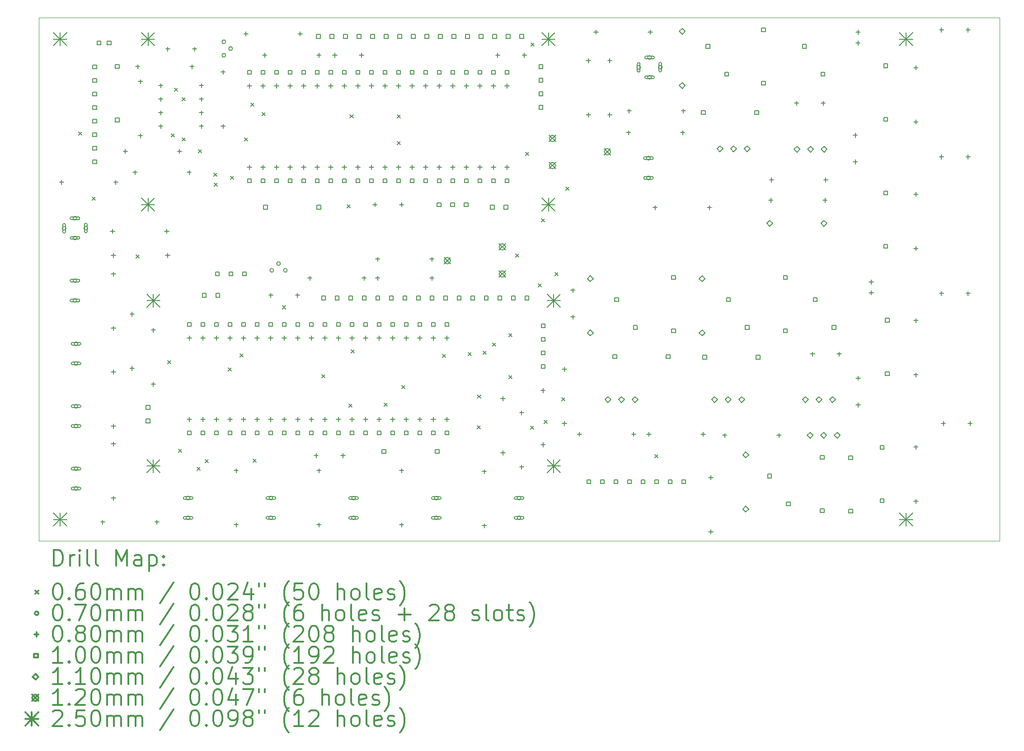
<source format=gbr>
%FSLAX45Y45*%
G04 Gerber Fmt 4.5, Leading zero omitted, Abs format (unit mm)*
G04 Created by KiCad (PCBNEW (5.1.5-0-10_14)) date 2020-05-11 12:26:46*
%MOMM*%
%LPD*%
G04 APERTURE LIST*
%TA.AperFunction,Profile*%
%ADD10C,0.050000*%
%TD*%
%ADD11C,0.200000*%
%ADD12C,0.300000*%
G04 APERTURE END LIST*
D10*
X2735785Y-13086938D02*
X2735785Y-3286938D01*
X11835785Y-3286938D02*
X20735785Y-3286938D01*
X2735785Y-3286938D02*
X11835785Y-3286938D01*
X20735785Y-13086938D02*
X2735785Y-13086938D01*
X20735785Y-3286938D02*
X20735785Y-13086938D01*
D11*
X3485565Y-5426098D02*
X3545565Y-5486098D01*
X3545565Y-5426098D02*
X3485565Y-5486098D01*
X3740553Y-6642654D02*
X3800553Y-6702654D01*
X3800553Y-6642654D02*
X3740553Y-6702654D01*
X4559985Y-7727338D02*
X4619985Y-7787338D01*
X4619985Y-7727338D02*
X4559985Y-7787338D01*
X5152906Y-9709818D02*
X5212906Y-9769818D01*
X5212906Y-9709818D02*
X5152906Y-9769818D01*
X5217845Y-5460388D02*
X5277845Y-5520388D01*
X5277845Y-5460388D02*
X5217845Y-5520388D01*
X5278805Y-4606948D02*
X5338805Y-4666948D01*
X5338805Y-4606948D02*
X5278805Y-4666948D01*
X5355785Y-11372238D02*
X5415785Y-11432238D01*
X5415785Y-11372238D02*
X5355785Y-11432238D01*
X5423805Y-4780938D02*
X5483805Y-4840938D01*
X5483805Y-4780938D02*
X5423805Y-4840938D01*
X5423805Y-5534268D02*
X5483805Y-5594268D01*
X5483805Y-5534268D02*
X5423805Y-5594268D01*
X5705785Y-11706938D02*
X5765785Y-11766938D01*
X5765785Y-11706938D02*
X5705785Y-11766938D01*
X5724575Y-5756298D02*
X5784575Y-5816298D01*
X5784575Y-5756298D02*
X5724575Y-5816298D01*
X5855385Y-11562738D02*
X5915385Y-11622738D01*
X5915385Y-11562738D02*
X5855385Y-11622738D01*
X6019215Y-6196988D02*
X6079215Y-6256988D01*
X6079215Y-6196988D02*
X6019215Y-6256988D01*
X6028105Y-6381138D02*
X6088105Y-6441138D01*
X6088105Y-6381138D02*
X6028105Y-6441138D01*
X6287185Y-9847337D02*
X6347185Y-9907337D01*
X6347185Y-9847337D02*
X6287185Y-9907337D01*
X6331635Y-6255408D02*
X6391635Y-6315408D01*
X6391635Y-6255408D02*
X6331635Y-6315408D01*
X6503085Y-9581538D02*
X6563085Y-9641538D01*
X6563085Y-9581538D02*
X6503085Y-9641538D01*
X6591985Y-5535688D02*
X6651985Y-5595688D01*
X6651985Y-5535688D02*
X6591985Y-5595688D01*
X6712635Y-4885078D02*
X6772635Y-4945078D01*
X6772635Y-4885078D02*
X6712635Y-4945078D01*
X6755785Y-11556938D02*
X6815785Y-11616938D01*
X6815785Y-11556938D02*
X6755785Y-11616938D01*
X6919645Y-5062878D02*
X6979645Y-5122878D01*
X6979645Y-5062878D02*
X6919645Y-5122878D01*
X7303185Y-8681637D02*
X7363185Y-8741637D01*
X7363185Y-8681637D02*
X7303185Y-8741637D01*
X8039785Y-9975238D02*
X8099785Y-10035238D01*
X8099785Y-9975238D02*
X8039785Y-10035238D01*
X8509685Y-6787538D02*
X8569685Y-6847538D01*
X8569685Y-6787538D02*
X8509685Y-6847538D01*
X8547785Y-10521338D02*
X8607785Y-10581338D01*
X8607785Y-10521338D02*
X8547785Y-10581338D01*
X8568495Y-5106938D02*
X8628495Y-5166938D01*
X8628495Y-5106938D02*
X8568495Y-5166938D01*
X8585885Y-9505338D02*
X8645885Y-9565338D01*
X8645885Y-9505338D02*
X8585885Y-9565338D01*
X9204785Y-10508638D02*
X9264785Y-10568638D01*
X9264785Y-10508638D02*
X9204785Y-10568638D01*
X9455785Y-5106938D02*
X9515785Y-5166938D01*
X9515785Y-5106938D02*
X9455785Y-5166938D01*
X9455785Y-5606938D02*
X9515785Y-5666938D01*
X9515785Y-5606938D02*
X9455785Y-5666938D01*
X9538385Y-10178438D02*
X9598385Y-10238438D01*
X9598385Y-10178438D02*
X9538385Y-10238438D01*
X10300385Y-9594238D02*
X10360385Y-9654238D01*
X10360385Y-9594238D02*
X10300385Y-9654238D01*
X10782985Y-9556938D02*
X10842985Y-9616938D01*
X10842985Y-9556938D02*
X10782985Y-9616938D01*
X10955705Y-10932818D02*
X11015705Y-10992818D01*
X11015705Y-10932818D02*
X10955705Y-10992818D01*
X10955785Y-10356938D02*
X11015785Y-10416938D01*
X11015785Y-10356938D02*
X10955785Y-10416938D01*
X11062385Y-9530738D02*
X11122385Y-9590738D01*
X11122385Y-9530738D02*
X11062385Y-9590738D01*
X11240185Y-9378338D02*
X11300185Y-9438338D01*
X11300185Y-9378338D02*
X11240185Y-9438338D01*
X11543715Y-9991748D02*
X11603715Y-10051748D01*
X11603715Y-9991748D02*
X11543715Y-10051748D01*
X11544985Y-9200538D02*
X11604985Y-9260538D01*
X11604985Y-9200538D02*
X11544985Y-9260538D01*
X11670715Y-7708288D02*
X11730715Y-7768288D01*
X11730715Y-7708288D02*
X11670715Y-7768288D01*
X11855785Y-5806938D02*
X11915785Y-5866938D01*
X11915785Y-5806938D02*
X11855785Y-5866938D01*
X11951385Y-10940438D02*
X12011385Y-11000438D01*
X12011385Y-10940438D02*
X11951385Y-11000438D01*
X11955785Y-3756938D02*
X12015785Y-3816938D01*
X12015785Y-3756938D02*
X11955785Y-3816938D01*
X12091085Y-8273438D02*
X12151085Y-8333438D01*
X12151085Y-8273438D02*
X12091085Y-8333438D01*
X12154585Y-7054437D02*
X12214585Y-7114437D01*
X12214585Y-7054437D02*
X12154585Y-7114437D01*
X12205385Y-10826138D02*
X12265385Y-10886138D01*
X12265385Y-10826138D02*
X12205385Y-10886138D01*
X12408585Y-8057538D02*
X12468585Y-8117538D01*
X12468585Y-8057538D02*
X12408585Y-8117538D01*
X12535585Y-10407038D02*
X12595585Y-10467038D01*
X12595585Y-10407038D02*
X12535585Y-10467038D01*
X12607975Y-6458608D02*
X12667975Y-6518608D01*
X12667975Y-6458608D02*
X12607975Y-6518608D01*
X14275485Y-11473838D02*
X14335485Y-11533838D01*
X14335485Y-11473838D02*
X14275485Y-11533838D01*
X5570785Y-12286938D02*
G75*
G03X5570785Y-12286938I-35000J0D01*
G01*
X5600785Y-12261938D02*
X5470785Y-12261938D01*
X5600785Y-12311938D02*
X5470785Y-12311938D01*
X5470785Y-12261938D02*
G75*
G03X5470785Y-12311938I0J-25000D01*
G01*
X5600785Y-12311938D02*
G75*
G03X5600785Y-12261938I0J25000D01*
G01*
X5570785Y-12656938D02*
G75*
G03X5570785Y-12656938I-35000J0D01*
G01*
X5600785Y-12631938D02*
X5470785Y-12631938D01*
X5600785Y-12681938D02*
X5470785Y-12681938D01*
X5470785Y-12631938D02*
G75*
G03X5470785Y-12681938I0J-25000D01*
G01*
X5600785Y-12681938D02*
G75*
G03X5600785Y-12631938I0J25000D01*
G01*
X7120785Y-12286938D02*
G75*
G03X7120785Y-12286938I-35000J0D01*
G01*
X7150785Y-12261938D02*
X7020785Y-12261938D01*
X7150785Y-12311938D02*
X7020785Y-12311938D01*
X7020785Y-12261938D02*
G75*
G03X7020785Y-12311938I0J-25000D01*
G01*
X7150785Y-12311938D02*
G75*
G03X7150785Y-12261938I0J25000D01*
G01*
X7120785Y-12656938D02*
G75*
G03X7120785Y-12656938I-35000J0D01*
G01*
X7150785Y-12631938D02*
X7020785Y-12631938D01*
X7150785Y-12681938D02*
X7020785Y-12681938D01*
X7020785Y-12631938D02*
G75*
G03X7020785Y-12681938I0J-25000D01*
G01*
X7150785Y-12681938D02*
G75*
G03X7150785Y-12631938I0J25000D01*
G01*
X8670785Y-12286938D02*
G75*
G03X8670785Y-12286938I-35000J0D01*
G01*
X8700785Y-12261938D02*
X8570785Y-12261938D01*
X8700785Y-12311938D02*
X8570785Y-12311938D01*
X8570785Y-12261938D02*
G75*
G03X8570785Y-12311938I0J-25000D01*
G01*
X8700785Y-12311938D02*
G75*
G03X8700785Y-12261938I0J25000D01*
G01*
X8670785Y-12656938D02*
G75*
G03X8670785Y-12656938I-35000J0D01*
G01*
X8700785Y-12631938D02*
X8570785Y-12631938D01*
X8700785Y-12681938D02*
X8570785Y-12681938D01*
X8570785Y-12631938D02*
G75*
G03X8570785Y-12681938I0J-25000D01*
G01*
X8700785Y-12681938D02*
G75*
G03X8700785Y-12631938I0J25000D01*
G01*
X14013285Y-4216938D02*
G75*
G03X14013285Y-4216938I-35000J0D01*
G01*
X14003285Y-4281938D02*
X14003285Y-4151938D01*
X13953285Y-4281938D02*
X13953285Y-4151938D01*
X14003285Y-4151938D02*
G75*
G03X13953285Y-4151938I-25000J0D01*
G01*
X13953285Y-4281938D02*
G75*
G03X14003285Y-4281938I25000J0D01*
G01*
X14215785Y-4031938D02*
G75*
G03X14215785Y-4031938I-35000J0D01*
G01*
X14245785Y-4006938D02*
X14115785Y-4006938D01*
X14245785Y-4056938D02*
X14115785Y-4056938D01*
X14115785Y-4006938D02*
G75*
G03X14115785Y-4056938I0J-25000D01*
G01*
X14245785Y-4056938D02*
G75*
G03X14245785Y-4006938I0J25000D01*
G01*
X14215785Y-4401938D02*
G75*
G03X14215785Y-4401938I-35000J0D01*
G01*
X14245785Y-4376938D02*
X14115785Y-4376938D01*
X14245785Y-4426938D02*
X14115785Y-4426938D01*
X14115785Y-4376938D02*
G75*
G03X14115785Y-4426938I0J-25000D01*
G01*
X14245785Y-4426938D02*
G75*
G03X14245785Y-4376938I0J25000D01*
G01*
X14418285Y-4211938D02*
G75*
G03X14418285Y-4211938I-35000J0D01*
G01*
X14408285Y-4276938D02*
X14408285Y-4146938D01*
X14358285Y-4276938D02*
X14358285Y-4146938D01*
X14408285Y-4146938D02*
G75*
G03X14358285Y-4146938I-25000J0D01*
G01*
X14358285Y-4276938D02*
G75*
G03X14408285Y-4276938I25000J0D01*
G01*
X3450785Y-8213188D02*
G75*
G03X3450785Y-8213188I-35000J0D01*
G01*
X3350785Y-8238188D02*
X3480785Y-8238188D01*
X3350785Y-8188188D02*
X3480785Y-8188188D01*
X3480785Y-8238188D02*
G75*
G03X3480785Y-8188188I0J25000D01*
G01*
X3350785Y-8188188D02*
G75*
G03X3350785Y-8238188I0J-25000D01*
G01*
X3450785Y-8583188D02*
G75*
G03X3450785Y-8583188I-35000J0D01*
G01*
X3350785Y-8608188D02*
X3480785Y-8608188D01*
X3350785Y-8558188D02*
X3480785Y-8558188D01*
X3480785Y-8608188D02*
G75*
G03X3480785Y-8558188I0J25000D01*
G01*
X3350785Y-8558188D02*
G75*
G03X3350785Y-8608188I0J-25000D01*
G01*
X6240425Y-3736518D02*
G75*
G03X6240425Y-3736518I-35000J0D01*
G01*
X6240425Y-3990518D02*
G75*
G03X6240425Y-3990518I-35000J0D01*
G01*
X6367425Y-3863518D02*
G75*
G03X6367425Y-3863518I-35000J0D01*
G01*
X3470785Y-9394438D02*
G75*
G03X3470785Y-9394438I-35000J0D01*
G01*
X3500785Y-9369438D02*
X3370785Y-9369438D01*
X3500785Y-9419438D02*
X3370785Y-9419438D01*
X3370785Y-9369438D02*
G75*
G03X3370785Y-9419438I0J-25000D01*
G01*
X3500785Y-9419438D02*
G75*
G03X3500785Y-9369438I0J25000D01*
G01*
X3470785Y-9764438D02*
G75*
G03X3470785Y-9764438I-35000J0D01*
G01*
X3500785Y-9739438D02*
X3370785Y-9739438D01*
X3500785Y-9789438D02*
X3370785Y-9789438D01*
X3370785Y-9739438D02*
G75*
G03X3370785Y-9789438I0J-25000D01*
G01*
X3500785Y-9789438D02*
G75*
G03X3500785Y-9739438I0J25000D01*
G01*
X3470785Y-11736938D02*
G75*
G03X3470785Y-11736938I-35000J0D01*
G01*
X3500785Y-11711938D02*
X3370785Y-11711938D01*
X3500785Y-11761938D02*
X3370785Y-11761938D01*
X3370785Y-11711938D02*
G75*
G03X3370785Y-11761938I0J-25000D01*
G01*
X3500785Y-11761938D02*
G75*
G03X3500785Y-11711938I0J25000D01*
G01*
X3470785Y-12106938D02*
G75*
G03X3470785Y-12106938I-35000J0D01*
G01*
X3500785Y-12081938D02*
X3370785Y-12081938D01*
X3500785Y-12131938D02*
X3370785Y-12131938D01*
X3370785Y-12081938D02*
G75*
G03X3370785Y-12131938I0J-25000D01*
G01*
X3500785Y-12131938D02*
G75*
G03X3500785Y-12081938I0J25000D01*
G01*
X3470785Y-10565688D02*
G75*
G03X3470785Y-10565688I-35000J0D01*
G01*
X3500785Y-10540688D02*
X3370785Y-10540688D01*
X3500785Y-10590688D02*
X3370785Y-10590688D01*
X3370785Y-10540688D02*
G75*
G03X3370785Y-10590688I0J-25000D01*
G01*
X3500785Y-10590688D02*
G75*
G03X3500785Y-10540688I0J25000D01*
G01*
X3470785Y-10935688D02*
G75*
G03X3470785Y-10935688I-35000J0D01*
G01*
X3500785Y-10910688D02*
X3370785Y-10910688D01*
X3500785Y-10960688D02*
X3370785Y-10960688D01*
X3370785Y-10910688D02*
G75*
G03X3370785Y-10960688I0J-25000D01*
G01*
X3500785Y-10960688D02*
G75*
G03X3500785Y-10910688I0J25000D01*
G01*
X7138315Y-8018958D02*
G75*
G03X7138315Y-8018958I-35000J0D01*
G01*
X7265315Y-7891958D02*
G75*
G03X7265315Y-7891958I-35000J0D01*
G01*
X7392315Y-8018958D02*
G75*
G03X7392315Y-8018958I-35000J0D01*
G01*
X14195785Y-5916938D02*
G75*
G03X14195785Y-5916938I-35000J0D01*
G01*
X14095785Y-5941938D02*
X14225785Y-5941938D01*
X14095785Y-5891938D02*
X14225785Y-5891938D01*
X14225785Y-5941938D02*
G75*
G03X14225785Y-5891938I0J25000D01*
G01*
X14095785Y-5891938D02*
G75*
G03X14095785Y-5941938I0J-25000D01*
G01*
X14195785Y-6286938D02*
G75*
G03X14195785Y-6286938I-35000J0D01*
G01*
X14095785Y-6311938D02*
X14225785Y-6311938D01*
X14095785Y-6261938D02*
X14225785Y-6261938D01*
X14225785Y-6311938D02*
G75*
G03X14225785Y-6261938I0J25000D01*
G01*
X14095785Y-6261938D02*
G75*
G03X14095785Y-6311938I0J-25000D01*
G01*
X10220785Y-12286938D02*
G75*
G03X10220785Y-12286938I-35000J0D01*
G01*
X10250785Y-12261938D02*
X10120785Y-12261938D01*
X10250785Y-12311938D02*
X10120785Y-12311938D01*
X10120785Y-12261938D02*
G75*
G03X10120785Y-12311938I0J-25000D01*
G01*
X10250785Y-12311938D02*
G75*
G03X10250785Y-12261938I0J25000D01*
G01*
X10220785Y-12656938D02*
G75*
G03X10220785Y-12656938I-35000J0D01*
G01*
X10250785Y-12631938D02*
X10120785Y-12631938D01*
X10250785Y-12681938D02*
X10120785Y-12681938D01*
X10120785Y-12631938D02*
G75*
G03X10120785Y-12681938I0J-25000D01*
G01*
X10250785Y-12681938D02*
G75*
G03X10250785Y-12631938I0J25000D01*
G01*
X3248285Y-7231938D02*
G75*
G03X3248285Y-7231938I-35000J0D01*
G01*
X3188285Y-7166938D02*
X3188285Y-7296938D01*
X3238285Y-7166938D02*
X3238285Y-7296938D01*
X3188285Y-7296938D02*
G75*
G03X3238285Y-7296938I25000J0D01*
G01*
X3238285Y-7166938D02*
G75*
G03X3188285Y-7166938I-25000J0D01*
G01*
X3450785Y-7041938D02*
G75*
G03X3450785Y-7041938I-35000J0D01*
G01*
X3350785Y-7066938D02*
X3480785Y-7066938D01*
X3350785Y-7016938D02*
X3480785Y-7016938D01*
X3480785Y-7066938D02*
G75*
G03X3480785Y-7016938I0J25000D01*
G01*
X3350785Y-7016938D02*
G75*
G03X3350785Y-7066938I0J-25000D01*
G01*
X3450785Y-7411938D02*
G75*
G03X3450785Y-7411938I-35000J0D01*
G01*
X3350785Y-7436938D02*
X3480785Y-7436938D01*
X3350785Y-7386938D02*
X3480785Y-7386938D01*
X3480785Y-7436938D02*
G75*
G03X3480785Y-7386938I0J25000D01*
G01*
X3350785Y-7386938D02*
G75*
G03X3350785Y-7436938I0J-25000D01*
G01*
X3653285Y-7226938D02*
G75*
G03X3653285Y-7226938I-35000J0D01*
G01*
X3593285Y-7161938D02*
X3593285Y-7291938D01*
X3643285Y-7161938D02*
X3643285Y-7291938D01*
X3593285Y-7291938D02*
G75*
G03X3643285Y-7291938I25000J0D01*
G01*
X3643285Y-7161938D02*
G75*
G03X3593285Y-7161938I-25000J0D01*
G01*
X11770785Y-12286938D02*
G75*
G03X11770785Y-12286938I-35000J0D01*
G01*
X11800785Y-12261938D02*
X11670785Y-12261938D01*
X11800785Y-12311938D02*
X11670785Y-12311938D01*
X11670785Y-12261938D02*
G75*
G03X11670785Y-12311938I0J-25000D01*
G01*
X11800785Y-12311938D02*
G75*
G03X11800785Y-12261938I0J25000D01*
G01*
X11770785Y-12656938D02*
G75*
G03X11770785Y-12656938I-35000J0D01*
G01*
X11800785Y-12631938D02*
X11670785Y-12631938D01*
X11800785Y-12681938D02*
X11670785Y-12681938D01*
X11670785Y-12631938D02*
G75*
G03X11670785Y-12681938I0J-25000D01*
G01*
X11800785Y-12681938D02*
G75*
G03X11800785Y-12631938I0J25000D01*
G01*
X11435785Y-10380938D02*
X11435785Y-10460938D01*
X11395785Y-10420938D02*
X11475785Y-10420938D01*
X11435785Y-11396938D02*
X11435785Y-11476938D01*
X11395785Y-11436938D02*
X11475785Y-11436938D01*
X7985785Y-11730938D02*
X7985785Y-11810938D01*
X7945785Y-11770938D02*
X8025785Y-11770938D01*
X7985785Y-12746938D02*
X7985785Y-12826938D01*
X7945785Y-12786938D02*
X8025785Y-12786938D01*
X19170785Y-11290938D02*
X19170785Y-11370938D01*
X19130785Y-11330938D02*
X19210785Y-11330938D01*
X19170785Y-12306938D02*
X19170785Y-12386938D01*
X19130785Y-12346938D02*
X19210785Y-12346938D01*
X4359785Y-5746938D02*
X4359785Y-5826938D01*
X4319785Y-5786938D02*
X4399785Y-5786938D01*
X5375785Y-5746938D02*
X5375785Y-5826938D01*
X5335785Y-5786938D02*
X5415785Y-5786938D01*
X11335785Y-3946938D02*
X11335785Y-4026938D01*
X11295785Y-3986938D02*
X11375785Y-3986938D01*
X11835785Y-3946938D02*
X11835785Y-4026938D01*
X11795785Y-3986938D02*
X11875785Y-3986938D01*
X4589985Y-4161338D02*
X4589985Y-4241338D01*
X4549985Y-4201338D02*
X4629985Y-4201338D01*
X5605985Y-4161338D02*
X5605985Y-4241338D01*
X5565985Y-4201338D02*
X5645985Y-4201338D01*
X7085785Y-8446938D02*
X7085785Y-8526938D01*
X7045785Y-8486938D02*
X7125785Y-8486938D01*
X7585785Y-8446938D02*
X7585785Y-8526938D01*
X7545785Y-8486938D02*
X7625785Y-8486938D01*
X9085785Y-8123738D02*
X9085785Y-8203738D01*
X9045785Y-8163738D02*
X9125785Y-8163738D01*
X10101785Y-8123738D02*
X10101785Y-8203738D01*
X10061785Y-8163738D02*
X10141785Y-8163738D01*
X4539185Y-6142538D02*
X4539185Y-6222538D01*
X4499185Y-6182538D02*
X4579185Y-6182538D01*
X5555185Y-6142538D02*
X5555185Y-6222538D01*
X5515185Y-6182538D02*
X5595185Y-6182538D01*
X5559785Y-9246938D02*
X5559785Y-9326938D01*
X5519785Y-9286938D02*
X5599785Y-9286938D01*
X5559785Y-10770938D02*
X5559785Y-10850938D01*
X5519785Y-10810938D02*
X5599785Y-10810938D01*
X5813785Y-9246938D02*
X5813785Y-9326938D01*
X5773785Y-9286938D02*
X5853785Y-9286938D01*
X5813785Y-10770938D02*
X5813785Y-10850938D01*
X5773785Y-10810938D02*
X5853785Y-10810938D01*
X6067785Y-9246938D02*
X6067785Y-9326938D01*
X6027785Y-9286938D02*
X6107785Y-9286938D01*
X6067785Y-10770938D02*
X6067785Y-10850938D01*
X6027785Y-10810938D02*
X6107785Y-10810938D01*
X6321785Y-9246938D02*
X6321785Y-9326938D01*
X6281785Y-9286938D02*
X6361785Y-9286938D01*
X6321785Y-10770938D02*
X6321785Y-10850938D01*
X6281785Y-10810938D02*
X6361785Y-10810938D01*
X6575785Y-9246938D02*
X6575785Y-9326938D01*
X6535785Y-9286938D02*
X6615785Y-9286938D01*
X6575785Y-10770938D02*
X6575785Y-10850938D01*
X6535785Y-10810938D02*
X6615785Y-10810938D01*
X6829785Y-9246938D02*
X6829785Y-9326938D01*
X6789785Y-9286938D02*
X6869785Y-9286938D01*
X6829785Y-10770938D02*
X6829785Y-10850938D01*
X6789785Y-10810938D02*
X6869785Y-10810938D01*
X7083785Y-9246938D02*
X7083785Y-9326938D01*
X7043785Y-9286938D02*
X7123785Y-9286938D01*
X7083785Y-10770938D02*
X7083785Y-10850938D01*
X7043785Y-10810938D02*
X7123785Y-10810938D01*
X7337785Y-9246938D02*
X7337785Y-9326938D01*
X7297785Y-9286938D02*
X7377785Y-9286938D01*
X7337785Y-10770938D02*
X7337785Y-10850938D01*
X7297785Y-10810938D02*
X7377785Y-10810938D01*
X7591785Y-9246938D02*
X7591785Y-9326938D01*
X7551785Y-9286938D02*
X7631785Y-9286938D01*
X7591785Y-10770938D02*
X7591785Y-10850938D01*
X7551785Y-10810938D02*
X7631785Y-10810938D01*
X7845785Y-9246938D02*
X7845785Y-9326938D01*
X7805785Y-9286938D02*
X7885785Y-9286938D01*
X7845785Y-10770938D02*
X7845785Y-10850938D01*
X7805785Y-10810938D02*
X7885785Y-10810938D01*
X8099785Y-9246938D02*
X8099785Y-9326938D01*
X8059785Y-9286938D02*
X8139785Y-9286938D01*
X8099785Y-10770938D02*
X8099785Y-10850938D01*
X8059785Y-10810938D02*
X8139785Y-10810938D01*
X8353785Y-9246938D02*
X8353785Y-9326938D01*
X8313785Y-9286938D02*
X8393785Y-9286938D01*
X8353785Y-10770938D02*
X8353785Y-10850938D01*
X8313785Y-10810938D02*
X8393785Y-10810938D01*
X8607785Y-9246938D02*
X8607785Y-9326938D01*
X8567785Y-9286938D02*
X8647785Y-9286938D01*
X8607785Y-10770938D02*
X8607785Y-10850938D01*
X8567785Y-10810938D02*
X8647785Y-10810938D01*
X8861785Y-9246938D02*
X8861785Y-9326938D01*
X8821785Y-9286938D02*
X8901785Y-9286938D01*
X8861785Y-10770938D02*
X8861785Y-10850938D01*
X8821785Y-10810938D02*
X8901785Y-10810938D01*
X9115785Y-9246938D02*
X9115785Y-9326938D01*
X9075785Y-9286938D02*
X9155785Y-9286938D01*
X9115785Y-10770938D02*
X9115785Y-10850938D01*
X9075785Y-10810938D02*
X9155785Y-10810938D01*
X9369785Y-9246938D02*
X9369785Y-9326938D01*
X9329785Y-9286938D02*
X9409785Y-9286938D01*
X9369785Y-10770938D02*
X9369785Y-10850938D01*
X9329785Y-10810938D02*
X9409785Y-10810938D01*
X9623785Y-9246938D02*
X9623785Y-9326938D01*
X9583785Y-9286938D02*
X9663785Y-9286938D01*
X9623785Y-10770938D02*
X9623785Y-10850938D01*
X9583785Y-10810938D02*
X9663785Y-10810938D01*
X9877785Y-9246938D02*
X9877785Y-9326938D01*
X9837785Y-9286938D02*
X9917785Y-9286938D01*
X9877785Y-10770938D02*
X9877785Y-10850938D01*
X9837785Y-10810938D02*
X9917785Y-10810938D01*
X10131785Y-9246938D02*
X10131785Y-9326938D01*
X10091785Y-9286938D02*
X10171785Y-9286938D01*
X10131785Y-10770938D02*
X10131785Y-10850938D01*
X10091785Y-10810938D02*
X10171785Y-10810938D01*
X10385785Y-9246938D02*
X10385785Y-9326938D01*
X10345785Y-9286938D02*
X10425785Y-9286938D01*
X10385785Y-10770938D02*
X10385785Y-10850938D01*
X10345785Y-10810938D02*
X10425785Y-10810938D01*
X9035785Y-6746938D02*
X9035785Y-6826938D01*
X8995785Y-6786938D02*
X9075785Y-6786938D01*
X9535785Y-6746938D02*
X9535785Y-6826938D01*
X9495785Y-6786938D02*
X9575785Y-6786938D01*
X12869785Y-11046938D02*
X12869785Y-11126938D01*
X12829785Y-11086938D02*
X12909785Y-11086938D01*
X13885785Y-11046938D02*
X13885785Y-11126938D01*
X13845785Y-11086938D02*
X13925785Y-11086938D01*
X4135785Y-8046938D02*
X4135785Y-8126938D01*
X4095785Y-8086938D02*
X4175785Y-8086938D01*
X4135785Y-9062938D02*
X4135785Y-9142938D01*
X4095785Y-9102938D02*
X4175785Y-9102938D01*
X13799785Y-4991938D02*
X13799785Y-5071938D01*
X13759785Y-5031938D02*
X13839785Y-5031938D01*
X14815785Y-4991938D02*
X14815785Y-5071938D01*
X14775785Y-5031938D02*
X14855785Y-5031938D01*
X5156785Y-3831138D02*
X5156785Y-3911138D01*
X5116785Y-3871138D02*
X5196785Y-3871138D01*
X5656785Y-3831138D02*
X5656785Y-3911138D01*
X5616785Y-3871138D02*
X5696785Y-3871138D01*
X6190185Y-4262938D02*
X6190185Y-4342938D01*
X6150185Y-4302938D02*
X6230185Y-4302938D01*
X6190185Y-5278938D02*
X6190185Y-5358938D01*
X6150185Y-5318938D02*
X6230185Y-5318938D01*
X18090085Y-9998638D02*
X18090085Y-10078638D01*
X18050085Y-10038638D02*
X18130085Y-10038638D01*
X18090085Y-10498638D02*
X18090085Y-10578638D01*
X18050085Y-10538638D02*
X18130085Y-10538638D01*
X17235785Y-9546938D02*
X17235785Y-9626938D01*
X17195785Y-9586938D02*
X17275785Y-9586938D01*
X17735785Y-9546938D02*
X17735785Y-9626938D01*
X17695785Y-9586938D02*
X17775785Y-9586938D01*
X16451785Y-6663938D02*
X16451785Y-6743938D01*
X16411785Y-6703938D02*
X16491785Y-6703938D01*
X17467785Y-6663938D02*
X17467785Y-6743938D01*
X17427785Y-6703938D02*
X17507785Y-6703938D01*
X4485785Y-8796938D02*
X4485785Y-8876938D01*
X4445785Y-8836938D02*
X4525785Y-8836938D01*
X4485785Y-9812938D02*
X4485785Y-9892938D01*
X4445785Y-9852938D02*
X4525785Y-9852938D01*
X13180785Y-3511938D02*
X13180785Y-3591938D01*
X13140785Y-3551938D02*
X13220785Y-3551938D01*
X14196785Y-3511938D02*
X14196785Y-3591938D01*
X14156785Y-3551938D02*
X14236785Y-3551938D01*
X4640785Y-4440738D02*
X4640785Y-4520738D01*
X4600785Y-4480738D02*
X4680785Y-4480738D01*
X4640785Y-5456738D02*
X4640785Y-5536738D01*
X4600785Y-5496738D02*
X4680785Y-5496738D01*
X16935785Y-4846938D02*
X16935785Y-4926938D01*
X16895785Y-4886938D02*
X16975785Y-4886938D01*
X17435785Y-4846938D02*
X17435785Y-4926938D01*
X17395785Y-4886938D02*
X17475785Y-4886938D01*
X6435785Y-11730938D02*
X6435785Y-11810938D01*
X6395785Y-11770938D02*
X6475785Y-11770938D01*
X6435785Y-12746938D02*
X6435785Y-12826938D01*
X6395785Y-12786938D02*
X6475785Y-12786938D01*
X12743385Y-8352338D02*
X12743385Y-8432338D01*
X12703385Y-8392338D02*
X12783385Y-8392338D01*
X12743385Y-8852338D02*
X12743385Y-8932338D01*
X12703385Y-8892338D02*
X12783385Y-8892338D01*
X8285785Y-3946938D02*
X8285785Y-4026938D01*
X8245785Y-3986938D02*
X8325785Y-3986938D01*
X8785785Y-3946938D02*
X8785785Y-4026938D01*
X8745785Y-3986938D02*
X8825785Y-3986938D01*
X9085785Y-7768138D02*
X9085785Y-7848138D01*
X9045785Y-7808138D02*
X9125785Y-7808138D01*
X10101785Y-7768138D02*
X10101785Y-7848138D01*
X10061785Y-7808138D02*
X10141785Y-7808138D01*
X4135785Y-9880938D02*
X4135785Y-9960938D01*
X4095785Y-9920938D02*
X4175785Y-9920938D01*
X4135785Y-10896938D02*
X4135785Y-10976938D01*
X4095785Y-10936938D02*
X4175785Y-10936938D01*
X16466785Y-6283938D02*
X16466785Y-6363938D01*
X16426785Y-6323938D02*
X16506785Y-6323938D01*
X17482785Y-6283938D02*
X17482785Y-6363938D01*
X17442785Y-6323938D02*
X17522785Y-6323938D01*
X12585785Y-9830938D02*
X12585785Y-9910938D01*
X12545785Y-9870938D02*
X12625785Y-9870938D01*
X12585785Y-10846938D02*
X12585785Y-10926938D01*
X12545785Y-10886938D02*
X12625785Y-10886938D01*
X13035785Y-4046938D02*
X13035785Y-4126938D01*
X12995785Y-4086938D02*
X13075785Y-4086938D01*
X13035785Y-5062938D02*
X13035785Y-5142938D01*
X12995785Y-5102938D02*
X13075785Y-5102938D01*
X6685785Y-4522938D02*
X6685785Y-4602938D01*
X6645785Y-4562938D02*
X6725785Y-4562938D01*
X6685785Y-6046938D02*
X6685785Y-6126938D01*
X6645785Y-6086938D02*
X6725785Y-6086938D01*
X6939785Y-4522938D02*
X6939785Y-4602938D01*
X6899785Y-4562938D02*
X6979785Y-4562938D01*
X6939785Y-6046938D02*
X6939785Y-6126938D01*
X6899785Y-6086938D02*
X6979785Y-6086938D01*
X7193785Y-4522938D02*
X7193785Y-4602938D01*
X7153785Y-4562938D02*
X7233785Y-4562938D01*
X7193785Y-6046938D02*
X7193785Y-6126938D01*
X7153785Y-6086938D02*
X7233785Y-6086938D01*
X7447785Y-4522938D02*
X7447785Y-4602938D01*
X7407785Y-4562938D02*
X7487785Y-4562938D01*
X7447785Y-6046938D02*
X7447785Y-6126938D01*
X7407785Y-6086938D02*
X7487785Y-6086938D01*
X7701785Y-4522938D02*
X7701785Y-4602938D01*
X7661785Y-4562938D02*
X7741785Y-4562938D01*
X7701785Y-6046938D02*
X7701785Y-6126938D01*
X7661785Y-6086938D02*
X7741785Y-6086938D01*
X7955785Y-4522938D02*
X7955785Y-4602938D01*
X7915785Y-4562938D02*
X7995785Y-4562938D01*
X7955785Y-6046938D02*
X7955785Y-6126938D01*
X7915785Y-6086938D02*
X7995785Y-6086938D01*
X8209785Y-4522938D02*
X8209785Y-4602938D01*
X8169785Y-4562938D02*
X8249785Y-4562938D01*
X8209785Y-6046938D02*
X8209785Y-6126938D01*
X8169785Y-6086938D02*
X8249785Y-6086938D01*
X8463785Y-4522938D02*
X8463785Y-4602938D01*
X8423785Y-4562938D02*
X8503785Y-4562938D01*
X8463785Y-6046938D02*
X8463785Y-6126938D01*
X8423785Y-6086938D02*
X8503785Y-6086938D01*
X8717785Y-4522938D02*
X8717785Y-4602938D01*
X8677785Y-4562938D02*
X8757785Y-4562938D01*
X8717785Y-6046938D02*
X8717785Y-6126938D01*
X8677785Y-6086938D02*
X8757785Y-6086938D01*
X8971785Y-4522938D02*
X8971785Y-4602938D01*
X8931785Y-4562938D02*
X9011785Y-4562938D01*
X8971785Y-6046938D02*
X8971785Y-6126938D01*
X8931785Y-6086938D02*
X9011785Y-6086938D01*
X9225785Y-4522938D02*
X9225785Y-4602938D01*
X9185785Y-4562938D02*
X9265785Y-4562938D01*
X9225785Y-6046938D02*
X9225785Y-6126938D01*
X9185785Y-6086938D02*
X9265785Y-6086938D01*
X9479785Y-4522938D02*
X9479785Y-4602938D01*
X9439785Y-4562938D02*
X9519785Y-4562938D01*
X9479785Y-6046938D02*
X9479785Y-6126938D01*
X9439785Y-6086938D02*
X9519785Y-6086938D01*
X9733785Y-4522938D02*
X9733785Y-4602938D01*
X9693785Y-4562938D02*
X9773785Y-4562938D01*
X9733785Y-6046938D02*
X9733785Y-6126938D01*
X9693785Y-6086938D02*
X9773785Y-6086938D01*
X9987785Y-4522938D02*
X9987785Y-4602938D01*
X9947785Y-4562938D02*
X10027785Y-4562938D01*
X9987785Y-6046938D02*
X9987785Y-6126938D01*
X9947785Y-6086938D02*
X10027785Y-6086938D01*
X10241785Y-4522938D02*
X10241785Y-4602938D01*
X10201785Y-4562938D02*
X10281785Y-4562938D01*
X10241785Y-6046938D02*
X10241785Y-6126938D01*
X10201785Y-6086938D02*
X10281785Y-6086938D01*
X10495785Y-4522938D02*
X10495785Y-4602938D01*
X10455785Y-4562938D02*
X10535785Y-4562938D01*
X10495785Y-6046938D02*
X10495785Y-6126938D01*
X10455785Y-6086938D02*
X10535785Y-6086938D01*
X10749785Y-4522938D02*
X10749785Y-4602938D01*
X10709785Y-4562938D02*
X10789785Y-4562938D01*
X10749785Y-6046938D02*
X10749785Y-6126938D01*
X10709785Y-6086938D02*
X10789785Y-6086938D01*
X11003785Y-4522938D02*
X11003785Y-4602938D01*
X10963785Y-4562938D02*
X11043785Y-4562938D01*
X11003785Y-6046938D02*
X11003785Y-6126938D01*
X10963785Y-6086938D02*
X11043785Y-6086938D01*
X11257785Y-4522938D02*
X11257785Y-4602938D01*
X11217785Y-4562938D02*
X11297785Y-4562938D01*
X11257785Y-6046938D02*
X11257785Y-6126938D01*
X11217785Y-6086938D02*
X11297785Y-6086938D01*
X11511785Y-4522938D02*
X11511785Y-4602938D01*
X11471785Y-4562938D02*
X11551785Y-4562938D01*
X11511785Y-6046938D02*
X11511785Y-6126938D01*
X11471785Y-6086938D02*
X11551785Y-6086938D01*
X19650785Y-8411938D02*
X19650785Y-8491938D01*
X19610785Y-8451938D02*
X19690785Y-8451938D01*
X20150785Y-8411938D02*
X20150785Y-8491938D01*
X20110785Y-8451938D02*
X20190785Y-8451938D01*
X6969785Y-3946938D02*
X6969785Y-4026938D01*
X6929785Y-3986938D02*
X7009785Y-3986938D01*
X7985785Y-3946938D02*
X7985785Y-4026938D01*
X7945785Y-3986938D02*
X8025785Y-3986938D01*
X3935785Y-12696938D02*
X3935785Y-12776938D01*
X3895785Y-12736938D02*
X3975785Y-12736938D01*
X4951785Y-12696938D02*
X4951785Y-12776938D01*
X4911785Y-12736938D02*
X4991785Y-12736938D01*
X5021785Y-4516938D02*
X5021785Y-4596938D01*
X4981785Y-4556938D02*
X5061785Y-4556938D01*
X5021785Y-4770938D02*
X5021785Y-4850938D01*
X4981785Y-4810938D02*
X5061785Y-4810938D01*
X5021785Y-5024938D02*
X5021785Y-5104938D01*
X4981785Y-5064938D02*
X5061785Y-5064938D01*
X5021785Y-5278938D02*
X5021785Y-5358938D01*
X4981785Y-5318938D02*
X5061785Y-5318938D01*
X5783785Y-4516938D02*
X5783785Y-4596938D01*
X5743785Y-4556938D02*
X5823785Y-4556938D01*
X5783785Y-4770938D02*
X5783785Y-4850938D01*
X5743785Y-4810938D02*
X5823785Y-4810938D01*
X5783785Y-5024938D02*
X5783785Y-5104938D01*
X5743785Y-5064938D02*
X5823785Y-5064938D01*
X5783785Y-5278938D02*
X5783785Y-5358938D01*
X5743785Y-5318938D02*
X5823785Y-5318938D01*
X4135785Y-11230938D02*
X4135785Y-11310938D01*
X4095785Y-11270938D02*
X4175785Y-11270938D01*
X4135785Y-12246938D02*
X4135785Y-12326938D01*
X4095785Y-12286938D02*
X4175785Y-12286938D01*
X4119785Y-7246938D02*
X4119785Y-7326938D01*
X4079785Y-7286938D02*
X4159785Y-7286938D01*
X5135785Y-7246938D02*
X5135785Y-7326938D01*
X5095785Y-7286938D02*
X5175785Y-7286938D01*
X4135785Y-7696938D02*
X4135785Y-7776938D01*
X4095785Y-7736938D02*
X4175785Y-7736938D01*
X5151785Y-7696938D02*
X5151785Y-7776938D01*
X5111785Y-7736938D02*
X5191785Y-7736938D01*
X13785785Y-5396938D02*
X13785785Y-5476938D01*
X13745785Y-5436938D02*
X13825785Y-5436938D01*
X14801785Y-5396938D02*
X14801785Y-5476938D01*
X14761785Y-5436938D02*
X14841785Y-5436938D01*
X15588185Y-11070138D02*
X15588185Y-11150138D01*
X15548185Y-11110138D02*
X15628185Y-11110138D01*
X16604185Y-11070138D02*
X16604185Y-11150138D01*
X16564185Y-11110138D02*
X16644185Y-11110138D01*
X19650785Y-3471938D02*
X19650785Y-3551938D01*
X19610785Y-3511938D02*
X19690785Y-3511938D01*
X20150785Y-3471938D02*
X20150785Y-3551938D01*
X20110785Y-3511938D02*
X20190785Y-3511938D01*
X18035785Y-5446938D02*
X18035785Y-5526938D01*
X17995785Y-5486938D02*
X18075785Y-5486938D01*
X18035785Y-5946938D02*
X18035785Y-6026938D01*
X17995785Y-5986938D02*
X18075785Y-5986938D01*
X13435785Y-4046938D02*
X13435785Y-4126938D01*
X13395785Y-4086938D02*
X13475785Y-4086938D01*
X13435785Y-5062938D02*
X13435785Y-5142938D01*
X13395785Y-5102938D02*
X13475785Y-5102938D01*
X15330785Y-11860938D02*
X15330785Y-11940938D01*
X15290785Y-11900938D02*
X15370785Y-11900938D01*
X15330785Y-12876938D02*
X15330785Y-12956938D01*
X15290785Y-12916938D02*
X15370785Y-12916938D01*
X6619785Y-3546938D02*
X6619785Y-3626938D01*
X6579785Y-3586938D02*
X6659785Y-3586938D01*
X7635785Y-3546938D02*
X7635785Y-3626938D01*
X7595785Y-3586938D02*
X7675785Y-3586938D01*
X19170785Y-8920938D02*
X19170785Y-9000938D01*
X19130785Y-8960938D02*
X19210785Y-8960938D01*
X19170785Y-9936938D02*
X19170785Y-10016938D01*
X19130785Y-9976938D02*
X19210785Y-9976938D01*
X11085785Y-11746938D02*
X11085785Y-11826938D01*
X11045785Y-11786938D02*
X11125785Y-11786938D01*
X11085785Y-12762938D02*
X11085785Y-12842938D01*
X11045785Y-12802938D02*
X11125785Y-12802938D01*
X12185785Y-10230938D02*
X12185785Y-10310938D01*
X12145785Y-10270938D02*
X12225785Y-10270938D01*
X12185785Y-11246938D02*
X12185785Y-11326938D01*
X12145785Y-11286938D02*
X12225785Y-11286938D01*
X19685785Y-10846938D02*
X19685785Y-10926938D01*
X19645785Y-10886938D02*
X19725785Y-10886938D01*
X20185785Y-10846938D02*
X20185785Y-10926938D01*
X20145785Y-10886938D02*
X20225785Y-10886938D01*
X19650785Y-5851938D02*
X19650785Y-5931938D01*
X19610785Y-5891938D02*
X19690785Y-5891938D01*
X20150785Y-5851938D02*
X20150785Y-5931938D01*
X20110785Y-5891938D02*
X20190785Y-5891938D01*
X4885785Y-9096938D02*
X4885785Y-9176938D01*
X4845785Y-9136938D02*
X4925785Y-9136938D01*
X4885785Y-10112938D02*
X4885785Y-10192938D01*
X4845785Y-10152938D02*
X4925785Y-10152938D01*
X19170785Y-4180938D02*
X19170785Y-4260938D01*
X19130785Y-4220938D02*
X19210785Y-4220938D01*
X19170785Y-5196938D02*
X19170785Y-5276938D01*
X19130785Y-5236938D02*
X19210785Y-5236938D01*
X18085785Y-3516938D02*
X18085785Y-3596938D01*
X18045785Y-3556938D02*
X18125785Y-3556938D01*
X18085785Y-3716938D02*
X18085785Y-3796938D01*
X18045785Y-3756938D02*
X18125785Y-3756938D01*
X3165045Y-6329228D02*
X3165045Y-6409228D01*
X3125045Y-6369228D02*
X3205045Y-6369228D01*
X4181045Y-6329228D02*
X4181045Y-6409228D01*
X4141045Y-6369228D02*
X4221045Y-6369228D01*
X11785785Y-10646938D02*
X11785785Y-10726938D01*
X11745785Y-10686938D02*
X11825785Y-10686938D01*
X11785785Y-11662938D02*
X11785785Y-11742938D01*
X11745785Y-11702938D02*
X11825785Y-11702938D01*
X9535785Y-11730938D02*
X9535785Y-11810938D01*
X9495785Y-11770938D02*
X9575785Y-11770938D01*
X9535785Y-12746938D02*
X9535785Y-12826938D01*
X9495785Y-12786938D02*
X9575785Y-12786938D01*
X14169785Y-11046938D02*
X14169785Y-11126938D01*
X14129785Y-11086938D02*
X14209785Y-11086938D01*
X15185785Y-11046938D02*
X15185785Y-11126938D01*
X15145785Y-11086938D02*
X15225785Y-11086938D01*
X19170785Y-6550938D02*
X19170785Y-6630938D01*
X19130785Y-6590938D02*
X19210785Y-6590938D01*
X19170785Y-7566938D02*
X19170785Y-7646938D01*
X19130785Y-7606938D02*
X19210785Y-7606938D01*
X14284785Y-6802938D02*
X14284785Y-6882938D01*
X14244785Y-6842938D02*
X14324785Y-6842938D01*
X15300785Y-6802938D02*
X15300785Y-6882938D01*
X15260785Y-6842938D02*
X15340785Y-6842938D01*
X18335785Y-8196938D02*
X18335785Y-8276938D01*
X18295785Y-8236938D02*
X18375785Y-8236938D01*
X18335785Y-8396938D02*
X18335785Y-8476938D01*
X18295785Y-8436938D02*
X18375785Y-8436938D01*
X7815785Y-8123738D02*
X7815785Y-8203738D01*
X7775785Y-8163738D02*
X7855785Y-8163738D01*
X8831785Y-8123738D02*
X8831785Y-8203738D01*
X8791785Y-8163738D02*
X8871785Y-8163738D01*
X7935785Y-11446938D02*
X7935785Y-11526938D01*
X7895785Y-11486938D02*
X7975785Y-11486938D01*
X8435785Y-11446938D02*
X8435785Y-11526938D01*
X8395785Y-11486938D02*
X8475785Y-11486938D01*
X16467341Y-11908194D02*
X16467341Y-11837483D01*
X16396630Y-11837483D01*
X16396630Y-11908194D01*
X16467341Y-11908194D01*
X16817341Y-12428194D02*
X16817341Y-12357483D01*
X16746630Y-12357483D01*
X16746630Y-12428194D01*
X16817341Y-12428194D01*
X18671141Y-8988961D02*
X18671141Y-8918249D01*
X18600430Y-8918249D01*
X18600430Y-8988961D01*
X18671141Y-8988961D01*
X18671141Y-9988961D02*
X18671141Y-9918249D01*
X18600430Y-9918249D01*
X18600430Y-9988961D01*
X18671141Y-9988961D01*
X15251141Y-9682294D02*
X15251141Y-9611583D01*
X15180430Y-9611583D01*
X15180430Y-9682294D01*
X15251141Y-9682294D01*
X16251141Y-9682294D02*
X16251141Y-9611583D01*
X16180430Y-9611583D01*
X16180430Y-9682294D01*
X16251141Y-9682294D01*
X18641141Y-4222294D02*
X18641141Y-4151583D01*
X18570430Y-4151583D01*
X18570430Y-4222294D01*
X18641141Y-4222294D01*
X18641141Y-5222294D02*
X18641141Y-5151583D01*
X18570430Y-5151583D01*
X18570430Y-5222294D01*
X18641141Y-5222294D01*
X16763641Y-8187294D02*
X16763641Y-8116583D01*
X16692930Y-8116583D01*
X16692930Y-8187294D01*
X16763641Y-8187294D01*
X16763641Y-9187294D02*
X16763641Y-9116583D01*
X16692930Y-9116583D01*
X16692930Y-9187294D01*
X16763641Y-9187294D01*
X12181141Y-4237294D02*
X12181141Y-4166583D01*
X12110430Y-4166583D01*
X12110430Y-4237294D01*
X12181141Y-4237294D01*
X12181141Y-4491294D02*
X12181141Y-4420583D01*
X12110430Y-4420583D01*
X12110430Y-4491294D01*
X12181141Y-4491294D01*
X12181141Y-4745294D02*
X12181141Y-4674583D01*
X12110430Y-4674583D01*
X12110430Y-4745294D01*
X12181141Y-4745294D01*
X12181141Y-4999294D02*
X12181141Y-4928583D01*
X12110430Y-4928583D01*
X12110430Y-4999294D01*
X12181141Y-4999294D01*
X10271141Y-6822294D02*
X10271141Y-6751583D01*
X10200430Y-6751583D01*
X10200430Y-6822294D01*
X10271141Y-6822294D01*
X10525141Y-6822294D02*
X10525141Y-6751583D01*
X10454430Y-6751583D01*
X10454430Y-6822294D01*
X10525141Y-6822294D01*
X10779141Y-6822294D02*
X10779141Y-6751583D01*
X10708430Y-6751583D01*
X10708430Y-6822294D01*
X10779141Y-6822294D01*
X6121141Y-8122294D02*
X6121141Y-8051583D01*
X6050430Y-8051583D01*
X6050430Y-8122294D01*
X6121141Y-8122294D01*
X6375141Y-8122294D02*
X6375141Y-8051583D01*
X6304430Y-8051583D01*
X6304430Y-8122294D01*
X6375141Y-8122294D01*
X6629141Y-8122294D02*
X6629141Y-8051583D01*
X6558430Y-8051583D01*
X6558430Y-8122294D01*
X6629141Y-8122294D01*
X15696141Y-8602294D02*
X15696141Y-8531583D01*
X15625430Y-8531583D01*
X15625430Y-8602294D01*
X15696141Y-8602294D01*
X16046141Y-9122294D02*
X16046141Y-9051583D01*
X15975430Y-9051583D01*
X15975430Y-9122294D01*
X16046141Y-9122294D01*
X7021141Y-6872294D02*
X7021141Y-6801583D01*
X6950430Y-6801583D01*
X6950430Y-6872294D01*
X7021141Y-6872294D01*
X8021141Y-6872294D02*
X8021141Y-6801583D01*
X7950430Y-6801583D01*
X7950430Y-6872294D01*
X8021141Y-6872294D01*
X17452341Y-11555194D02*
X17452341Y-11484483D01*
X17381630Y-11484483D01*
X17381630Y-11555194D01*
X17452341Y-11555194D01*
X17452341Y-12555194D02*
X17452341Y-12484483D01*
X17381630Y-12484483D01*
X17381630Y-12555194D01*
X17452341Y-12555194D01*
X5871141Y-8522294D02*
X5871141Y-8451583D01*
X5800430Y-8451583D01*
X5800430Y-8522294D01*
X5871141Y-8522294D01*
X6125141Y-8522294D02*
X6125141Y-8451583D01*
X6054430Y-8451583D01*
X6054430Y-8522294D01*
X6125141Y-8522294D01*
X9238741Y-11450294D02*
X9238741Y-11379583D01*
X9168030Y-11379583D01*
X9168030Y-11450294D01*
X9238741Y-11450294D01*
X10238741Y-11450294D02*
X10238741Y-11379583D01*
X10168030Y-11379583D01*
X10168030Y-11450294D01*
X10238741Y-11450294D01*
X17985741Y-11567894D02*
X17985741Y-11497183D01*
X17915030Y-11497183D01*
X17915030Y-11567894D01*
X17985741Y-11567894D01*
X17985741Y-12567894D02*
X17985741Y-12497183D01*
X17915030Y-12497183D01*
X17915030Y-12567894D01*
X17985741Y-12567894D01*
X3901941Y-3792194D02*
X3901941Y-3721483D01*
X3831230Y-3721483D01*
X3831230Y-3792194D01*
X3901941Y-3792194D01*
X4091941Y-3792194D02*
X4091941Y-3721483D01*
X4021230Y-3721483D01*
X4021230Y-3792194D01*
X4091941Y-3792194D01*
X13566141Y-9672294D02*
X13566141Y-9601583D01*
X13495430Y-9601583D01*
X13495430Y-9672294D01*
X13566141Y-9672294D01*
X14566141Y-9672294D02*
X14566141Y-9601583D01*
X14495430Y-9601583D01*
X14495430Y-9672294D01*
X14566141Y-9672294D01*
X12221141Y-9092294D02*
X12221141Y-9021583D01*
X12150430Y-9021583D01*
X12150430Y-9092294D01*
X12221141Y-9092294D01*
X12221141Y-9346294D02*
X12221141Y-9275583D01*
X12150430Y-9275583D01*
X12150430Y-9346294D01*
X12221141Y-9346294D01*
X12221141Y-9600294D02*
X12221141Y-9529583D01*
X12150430Y-9529583D01*
X12150430Y-9600294D01*
X12221141Y-9600294D01*
X12221141Y-9854294D02*
X12221141Y-9783583D01*
X12150430Y-9783583D01*
X12150430Y-9854294D01*
X12221141Y-9854294D01*
X18641141Y-6605627D02*
X18641141Y-6534916D01*
X18570430Y-6534916D01*
X18570430Y-6605627D01*
X18641141Y-6605627D01*
X18641141Y-7605627D02*
X18641141Y-7534916D01*
X18570430Y-7534916D01*
X18570430Y-7605627D01*
X18641141Y-7605627D01*
X8111141Y-8572294D02*
X8111141Y-8501583D01*
X8040430Y-8501583D01*
X8040430Y-8572294D01*
X8111141Y-8572294D01*
X8365141Y-8572294D02*
X8365141Y-8501583D01*
X8294430Y-8501583D01*
X8294430Y-8572294D01*
X8365141Y-8572294D01*
X8619141Y-8572294D02*
X8619141Y-8501583D01*
X8548430Y-8501583D01*
X8548430Y-8572294D01*
X8619141Y-8572294D01*
X8873141Y-8572294D02*
X8873141Y-8501583D01*
X8802430Y-8501583D01*
X8802430Y-8572294D01*
X8873141Y-8572294D01*
X9127141Y-8572294D02*
X9127141Y-8501583D01*
X9056430Y-8501583D01*
X9056430Y-8572294D01*
X9127141Y-8572294D01*
X9381141Y-8572294D02*
X9381141Y-8501583D01*
X9310430Y-8501583D01*
X9310430Y-8572294D01*
X9381141Y-8572294D01*
X9635141Y-8572294D02*
X9635141Y-8501583D01*
X9564430Y-8501583D01*
X9564430Y-8572294D01*
X9635141Y-8572294D01*
X9889141Y-8572294D02*
X9889141Y-8501583D01*
X9818430Y-8501583D01*
X9818430Y-8572294D01*
X9889141Y-8572294D01*
X10143141Y-8572294D02*
X10143141Y-8501583D01*
X10072430Y-8501583D01*
X10072430Y-8572294D01*
X10143141Y-8572294D01*
X10397141Y-8572294D02*
X10397141Y-8501583D01*
X10326430Y-8501583D01*
X10326430Y-8572294D01*
X10397141Y-8572294D01*
X10651141Y-8572294D02*
X10651141Y-8501583D01*
X10580430Y-8501583D01*
X10580430Y-8572294D01*
X10651141Y-8572294D01*
X10905141Y-8572294D02*
X10905141Y-8501583D01*
X10834430Y-8501583D01*
X10834430Y-8572294D01*
X10905141Y-8572294D01*
X11159141Y-8572294D02*
X11159141Y-8501583D01*
X11088430Y-8501583D01*
X11088430Y-8572294D01*
X11159141Y-8572294D01*
X11413141Y-8572294D02*
X11413141Y-8501583D01*
X11342430Y-8501583D01*
X11342430Y-8572294D01*
X11413141Y-8572294D01*
X11667141Y-8572294D02*
X11667141Y-8501583D01*
X11596430Y-8501583D01*
X11596430Y-8572294D01*
X11667141Y-8572294D01*
X11921141Y-8572294D02*
X11921141Y-8501583D01*
X11850430Y-8501583D01*
X11850430Y-8572294D01*
X11921141Y-8572294D01*
X18571141Y-11372294D02*
X18571141Y-11301583D01*
X18500430Y-11301583D01*
X18500430Y-11372294D01*
X18571141Y-11372294D01*
X18571141Y-12372294D02*
X18571141Y-12301583D01*
X18500430Y-12301583D01*
X18500430Y-12372294D01*
X18571141Y-12372294D01*
X5595141Y-9068294D02*
X5595141Y-8997583D01*
X5524430Y-8997583D01*
X5524430Y-9068294D01*
X5595141Y-9068294D01*
X5595141Y-11100294D02*
X5595141Y-11029583D01*
X5524430Y-11029583D01*
X5524430Y-11100294D01*
X5595141Y-11100294D01*
X5849141Y-9068294D02*
X5849141Y-8997583D01*
X5778430Y-8997583D01*
X5778430Y-9068294D01*
X5849141Y-9068294D01*
X5849141Y-11100294D02*
X5849141Y-11029583D01*
X5778430Y-11029583D01*
X5778430Y-11100294D01*
X5849141Y-11100294D01*
X6103141Y-9068294D02*
X6103141Y-8997583D01*
X6032430Y-8997583D01*
X6032430Y-9068294D01*
X6103141Y-9068294D01*
X6103141Y-11100294D02*
X6103141Y-11029583D01*
X6032430Y-11029583D01*
X6032430Y-11100294D01*
X6103141Y-11100294D01*
X6357141Y-9068294D02*
X6357141Y-8997583D01*
X6286430Y-8997583D01*
X6286430Y-9068294D01*
X6357141Y-9068294D01*
X6357141Y-11100294D02*
X6357141Y-11029583D01*
X6286430Y-11029583D01*
X6286430Y-11100294D01*
X6357141Y-11100294D01*
X6611141Y-9068294D02*
X6611141Y-8997583D01*
X6540430Y-8997583D01*
X6540430Y-9068294D01*
X6611141Y-9068294D01*
X6611141Y-11100294D02*
X6611141Y-11029583D01*
X6540430Y-11029583D01*
X6540430Y-11100294D01*
X6611141Y-11100294D01*
X6865141Y-9068294D02*
X6865141Y-8997583D01*
X6794430Y-8997583D01*
X6794430Y-9068294D01*
X6865141Y-9068294D01*
X6865141Y-11100294D02*
X6865141Y-11029583D01*
X6794430Y-11029583D01*
X6794430Y-11100294D01*
X6865141Y-11100294D01*
X7119141Y-9068294D02*
X7119141Y-8997583D01*
X7048430Y-8997583D01*
X7048430Y-9068294D01*
X7119141Y-9068294D01*
X7119141Y-11100294D02*
X7119141Y-11029583D01*
X7048430Y-11029583D01*
X7048430Y-11100294D01*
X7119141Y-11100294D01*
X7373141Y-9068294D02*
X7373141Y-8997583D01*
X7302430Y-8997583D01*
X7302430Y-9068294D01*
X7373141Y-9068294D01*
X7373141Y-11100294D02*
X7373141Y-11029583D01*
X7302430Y-11029583D01*
X7302430Y-11100294D01*
X7373141Y-11100294D01*
X7627141Y-9068294D02*
X7627141Y-8997583D01*
X7556430Y-8997583D01*
X7556430Y-9068294D01*
X7627141Y-9068294D01*
X7627141Y-11100294D02*
X7627141Y-11029583D01*
X7556430Y-11029583D01*
X7556430Y-11100294D01*
X7627141Y-11100294D01*
X7881141Y-9068294D02*
X7881141Y-8997583D01*
X7810430Y-8997583D01*
X7810430Y-9068294D01*
X7881141Y-9068294D01*
X7881141Y-11100294D02*
X7881141Y-11029583D01*
X7810430Y-11029583D01*
X7810430Y-11100294D01*
X7881141Y-11100294D01*
X8135141Y-9068294D02*
X8135141Y-8997583D01*
X8064430Y-8997583D01*
X8064430Y-9068294D01*
X8135141Y-9068294D01*
X8135141Y-11100294D02*
X8135141Y-11029583D01*
X8064430Y-11029583D01*
X8064430Y-11100294D01*
X8135141Y-11100294D01*
X8389141Y-9068294D02*
X8389141Y-8997583D01*
X8318430Y-8997583D01*
X8318430Y-9068294D01*
X8389141Y-9068294D01*
X8389141Y-11100294D02*
X8389141Y-11029583D01*
X8318430Y-11029583D01*
X8318430Y-11100294D01*
X8389141Y-11100294D01*
X8643141Y-9068294D02*
X8643141Y-8997583D01*
X8572430Y-8997583D01*
X8572430Y-9068294D01*
X8643141Y-9068294D01*
X8643141Y-11100294D02*
X8643141Y-11029583D01*
X8572430Y-11029583D01*
X8572430Y-11100294D01*
X8643141Y-11100294D01*
X8897141Y-9068294D02*
X8897141Y-8997583D01*
X8826430Y-8997583D01*
X8826430Y-9068294D01*
X8897141Y-9068294D01*
X8897141Y-11100294D02*
X8897141Y-11029583D01*
X8826430Y-11029583D01*
X8826430Y-11100294D01*
X8897141Y-11100294D01*
X9151141Y-9068294D02*
X9151141Y-8997583D01*
X9080430Y-8997583D01*
X9080430Y-9068294D01*
X9151141Y-9068294D01*
X9151141Y-11100294D02*
X9151141Y-11029583D01*
X9080430Y-11029583D01*
X9080430Y-11100294D01*
X9151141Y-11100294D01*
X9405141Y-9068294D02*
X9405141Y-8997583D01*
X9334430Y-8997583D01*
X9334430Y-9068294D01*
X9405141Y-9068294D01*
X9405141Y-11100294D02*
X9405141Y-11029583D01*
X9334430Y-11029583D01*
X9334430Y-11100294D01*
X9405141Y-11100294D01*
X9659141Y-9068294D02*
X9659141Y-8997583D01*
X9588430Y-8997583D01*
X9588430Y-9068294D01*
X9659141Y-9068294D01*
X9659141Y-11100294D02*
X9659141Y-11029583D01*
X9588430Y-11029583D01*
X9588430Y-11100294D01*
X9659141Y-11100294D01*
X9913141Y-9068294D02*
X9913141Y-8997583D01*
X9842430Y-8997583D01*
X9842430Y-9068294D01*
X9913141Y-9068294D01*
X9913141Y-11100294D02*
X9913141Y-11029583D01*
X9842430Y-11029583D01*
X9842430Y-11100294D01*
X9913141Y-11100294D01*
X10167141Y-9068294D02*
X10167141Y-8997583D01*
X10096430Y-8997583D01*
X10096430Y-9068294D01*
X10167141Y-9068294D01*
X10167141Y-11100294D02*
X10167141Y-11029583D01*
X10096430Y-11029583D01*
X10096430Y-11100294D01*
X10167141Y-11100294D01*
X10421141Y-9068294D02*
X10421141Y-8997583D01*
X10350430Y-8997583D01*
X10350430Y-9068294D01*
X10421141Y-9068294D01*
X10421141Y-11100294D02*
X10421141Y-11029583D01*
X10350430Y-11029583D01*
X10350430Y-11100294D01*
X10421141Y-11100294D01*
X15225141Y-5100294D02*
X15225141Y-5029583D01*
X15154430Y-5029583D01*
X15154430Y-5100294D01*
X15225141Y-5100294D01*
X16225141Y-5100294D02*
X16225141Y-5029583D01*
X16154430Y-5029583D01*
X16154430Y-5100294D01*
X16225141Y-5100294D01*
X15311141Y-3857294D02*
X15311141Y-3786583D01*
X15240430Y-3786583D01*
X15240430Y-3857294D01*
X15311141Y-3857294D01*
X15661141Y-4377294D02*
X15661141Y-4306583D01*
X15590430Y-4306583D01*
X15590430Y-4377294D01*
X15661141Y-4377294D01*
X4244341Y-4236694D02*
X4244341Y-4165983D01*
X4173630Y-4165983D01*
X4173630Y-4236694D01*
X4244341Y-4236694D01*
X4244341Y-5236694D02*
X4244341Y-5165983D01*
X4173630Y-5165983D01*
X4173630Y-5236694D01*
X4244341Y-5236694D01*
X13078141Y-12017294D02*
X13078141Y-11946583D01*
X13007430Y-11946583D01*
X13007430Y-12017294D01*
X13078141Y-12017294D01*
X13332141Y-12017294D02*
X13332141Y-11946583D01*
X13261430Y-11946583D01*
X13261430Y-12017294D01*
X13332141Y-12017294D01*
X13586141Y-12017294D02*
X13586141Y-11946583D01*
X13515430Y-11946583D01*
X13515430Y-12017294D01*
X13586141Y-12017294D01*
X13840141Y-12017294D02*
X13840141Y-11946583D01*
X13769430Y-11946583D01*
X13769430Y-12017294D01*
X13840141Y-12017294D01*
X14094141Y-12017294D02*
X14094141Y-11946583D01*
X14023430Y-11946583D01*
X14023430Y-12017294D01*
X14094141Y-12017294D01*
X14348141Y-12017294D02*
X14348141Y-11946583D01*
X14277430Y-11946583D01*
X14277430Y-12017294D01*
X14348141Y-12017294D01*
X14602141Y-12017294D02*
X14602141Y-11946583D01*
X14531430Y-11946583D01*
X14531430Y-12017294D01*
X14602141Y-12017294D01*
X14856141Y-12017294D02*
X14856141Y-11946583D01*
X14785430Y-11946583D01*
X14785430Y-12017294D01*
X14856141Y-12017294D01*
X17321141Y-8602294D02*
X17321141Y-8531583D01*
X17250430Y-8531583D01*
X17250430Y-8602294D01*
X17321141Y-8602294D01*
X17671141Y-9122294D02*
X17671141Y-9051583D01*
X17600430Y-9051583D01*
X17600430Y-9122294D01*
X17671141Y-9122294D01*
X13598641Y-8602294D02*
X13598641Y-8531583D01*
X13527930Y-8531583D01*
X13527930Y-8602294D01*
X13598641Y-8602294D01*
X13948641Y-9122294D02*
X13948641Y-9051583D01*
X13877930Y-9051583D01*
X13877930Y-9122294D01*
X13948641Y-9122294D01*
X11271141Y-6872294D02*
X11271141Y-6801583D01*
X11200430Y-6801583D01*
X11200430Y-6872294D01*
X11271141Y-6872294D01*
X11525141Y-6872294D02*
X11525141Y-6801583D01*
X11454430Y-6801583D01*
X11454430Y-6872294D01*
X11525141Y-6872294D01*
X14666141Y-8187294D02*
X14666141Y-8116583D01*
X14595430Y-8116583D01*
X14595430Y-8187294D01*
X14666141Y-8187294D01*
X14666141Y-9187294D02*
X14666141Y-9116583D01*
X14595430Y-9116583D01*
X14595430Y-9187294D01*
X14666141Y-9187294D01*
X4821141Y-10622294D02*
X4821141Y-10551583D01*
X4750430Y-10551583D01*
X4750430Y-10622294D01*
X4821141Y-10622294D01*
X4821141Y-10876294D02*
X4821141Y-10805583D01*
X4750430Y-10805583D01*
X4750430Y-10876294D01*
X4821141Y-10876294D01*
X16352141Y-3547294D02*
X16352141Y-3476583D01*
X16281430Y-3476583D01*
X16281430Y-3547294D01*
X16352141Y-3547294D01*
X16352141Y-4547294D02*
X16352141Y-4476583D01*
X16281430Y-4476583D01*
X16281430Y-4547294D01*
X16352141Y-4547294D01*
X6721141Y-4344294D02*
X6721141Y-4273583D01*
X6650430Y-4273583D01*
X6650430Y-4344294D01*
X6721141Y-4344294D01*
X6721141Y-6376294D02*
X6721141Y-6305583D01*
X6650430Y-6305583D01*
X6650430Y-6376294D01*
X6721141Y-6376294D01*
X6975141Y-4344294D02*
X6975141Y-4273583D01*
X6904430Y-4273583D01*
X6904430Y-4344294D01*
X6975141Y-4344294D01*
X6975141Y-6376294D02*
X6975141Y-6305583D01*
X6904430Y-6305583D01*
X6904430Y-6376294D01*
X6975141Y-6376294D01*
X7229141Y-4344294D02*
X7229141Y-4273583D01*
X7158430Y-4273583D01*
X7158430Y-4344294D01*
X7229141Y-4344294D01*
X7229141Y-6376294D02*
X7229141Y-6305583D01*
X7158430Y-6305583D01*
X7158430Y-6376294D01*
X7229141Y-6376294D01*
X7483141Y-4344294D02*
X7483141Y-4273583D01*
X7412430Y-4273583D01*
X7412430Y-4344294D01*
X7483141Y-4344294D01*
X7483141Y-6376294D02*
X7483141Y-6305583D01*
X7412430Y-6305583D01*
X7412430Y-6376294D01*
X7483141Y-6376294D01*
X7737141Y-4344294D02*
X7737141Y-4273583D01*
X7666430Y-4273583D01*
X7666430Y-4344294D01*
X7737141Y-4344294D01*
X7737141Y-6376294D02*
X7737141Y-6305583D01*
X7666430Y-6305583D01*
X7666430Y-6376294D01*
X7737141Y-6376294D01*
X7991141Y-4344294D02*
X7991141Y-4273583D01*
X7920430Y-4273583D01*
X7920430Y-4344294D01*
X7991141Y-4344294D01*
X7991141Y-6376294D02*
X7991141Y-6305583D01*
X7920430Y-6305583D01*
X7920430Y-6376294D01*
X7991141Y-6376294D01*
X8245141Y-4344294D02*
X8245141Y-4273583D01*
X8174430Y-4273583D01*
X8174430Y-4344294D01*
X8245141Y-4344294D01*
X8245141Y-6376294D02*
X8245141Y-6305583D01*
X8174430Y-6305583D01*
X8174430Y-6376294D01*
X8245141Y-6376294D01*
X8499141Y-4344294D02*
X8499141Y-4273583D01*
X8428430Y-4273583D01*
X8428430Y-4344294D01*
X8499141Y-4344294D01*
X8499141Y-6376294D02*
X8499141Y-6305583D01*
X8428430Y-6305583D01*
X8428430Y-6376294D01*
X8499141Y-6376294D01*
X8753141Y-4344294D02*
X8753141Y-4273583D01*
X8682430Y-4273583D01*
X8682430Y-4344294D01*
X8753141Y-4344294D01*
X8753141Y-6376294D02*
X8753141Y-6305583D01*
X8682430Y-6305583D01*
X8682430Y-6376294D01*
X8753141Y-6376294D01*
X9007141Y-4344294D02*
X9007141Y-4273583D01*
X8936430Y-4273583D01*
X8936430Y-4344294D01*
X9007141Y-4344294D01*
X9007141Y-6376294D02*
X9007141Y-6305583D01*
X8936430Y-6305583D01*
X8936430Y-6376294D01*
X9007141Y-6376294D01*
X9261141Y-4344294D02*
X9261141Y-4273583D01*
X9190430Y-4273583D01*
X9190430Y-4344294D01*
X9261141Y-4344294D01*
X9261141Y-6376294D02*
X9261141Y-6305583D01*
X9190430Y-6305583D01*
X9190430Y-6376294D01*
X9261141Y-6376294D01*
X9515141Y-4344294D02*
X9515141Y-4273583D01*
X9444430Y-4273583D01*
X9444430Y-4344294D01*
X9515141Y-4344294D01*
X9515141Y-6376294D02*
X9515141Y-6305583D01*
X9444430Y-6305583D01*
X9444430Y-6376294D01*
X9515141Y-6376294D01*
X9769141Y-4344294D02*
X9769141Y-4273583D01*
X9698430Y-4273583D01*
X9698430Y-4344294D01*
X9769141Y-4344294D01*
X9769141Y-6376294D02*
X9769141Y-6305583D01*
X9698430Y-6305583D01*
X9698430Y-6376294D01*
X9769141Y-6376294D01*
X10023141Y-4344294D02*
X10023141Y-4273583D01*
X9952430Y-4273583D01*
X9952430Y-4344294D01*
X10023141Y-4344294D01*
X10023141Y-6376294D02*
X10023141Y-6305583D01*
X9952430Y-6305583D01*
X9952430Y-6376294D01*
X10023141Y-6376294D01*
X10277141Y-4344294D02*
X10277141Y-4273583D01*
X10206430Y-4273583D01*
X10206430Y-4344294D01*
X10277141Y-4344294D01*
X10277141Y-6376294D02*
X10277141Y-6305583D01*
X10206430Y-6305583D01*
X10206430Y-6376294D01*
X10277141Y-6376294D01*
X10531141Y-4344294D02*
X10531141Y-4273583D01*
X10460430Y-4273583D01*
X10460430Y-4344294D01*
X10531141Y-4344294D01*
X10531141Y-6376294D02*
X10531141Y-6305583D01*
X10460430Y-6305583D01*
X10460430Y-6376294D01*
X10531141Y-6376294D01*
X10785141Y-4344294D02*
X10785141Y-4273583D01*
X10714430Y-4273583D01*
X10714430Y-4344294D01*
X10785141Y-4344294D01*
X10785141Y-6376294D02*
X10785141Y-6305583D01*
X10714430Y-6305583D01*
X10714430Y-6376294D01*
X10785141Y-6376294D01*
X11039141Y-4344294D02*
X11039141Y-4273583D01*
X10968430Y-4273583D01*
X10968430Y-4344294D01*
X11039141Y-4344294D01*
X11039141Y-6376294D02*
X11039141Y-6305583D01*
X10968430Y-6305583D01*
X10968430Y-6376294D01*
X11039141Y-6376294D01*
X11293141Y-4344294D02*
X11293141Y-4273583D01*
X11222430Y-4273583D01*
X11222430Y-4344294D01*
X11293141Y-4344294D01*
X11293141Y-6376294D02*
X11293141Y-6305583D01*
X11222430Y-6305583D01*
X11222430Y-6376294D01*
X11293141Y-6376294D01*
X11547141Y-4344294D02*
X11547141Y-4273583D01*
X11476430Y-4273583D01*
X11476430Y-4344294D01*
X11547141Y-4344294D01*
X11547141Y-6376294D02*
X11547141Y-6305583D01*
X11476430Y-6305583D01*
X11476430Y-6376294D01*
X11547141Y-6376294D01*
X3821141Y-4244294D02*
X3821141Y-4173583D01*
X3750430Y-4173583D01*
X3750430Y-4244294D01*
X3821141Y-4244294D01*
X3821141Y-4498294D02*
X3821141Y-4427583D01*
X3750430Y-4427583D01*
X3750430Y-4498294D01*
X3821141Y-4498294D01*
X3821141Y-4752294D02*
X3821141Y-4681583D01*
X3750430Y-4681583D01*
X3750430Y-4752294D01*
X3821141Y-4752294D01*
X3821141Y-5006294D02*
X3821141Y-4935583D01*
X3750430Y-4935583D01*
X3750430Y-5006294D01*
X3821141Y-5006294D01*
X3821141Y-5260294D02*
X3821141Y-5189583D01*
X3750430Y-5189583D01*
X3750430Y-5260294D01*
X3821141Y-5260294D01*
X3821141Y-5514294D02*
X3821141Y-5443583D01*
X3750430Y-5443583D01*
X3750430Y-5514294D01*
X3821141Y-5514294D01*
X3821141Y-5768294D02*
X3821141Y-5697583D01*
X3750430Y-5697583D01*
X3750430Y-5768294D01*
X3821141Y-5768294D01*
X3821141Y-6022294D02*
X3821141Y-5951583D01*
X3750430Y-5951583D01*
X3750430Y-6022294D01*
X3821141Y-6022294D01*
X17116141Y-3857294D02*
X17116141Y-3786583D01*
X17045430Y-3786583D01*
X17045430Y-3857294D01*
X17116141Y-3857294D01*
X17466141Y-4377294D02*
X17466141Y-4306583D01*
X17395430Y-4306583D01*
X17395430Y-4377294D01*
X17466141Y-4377294D01*
X8011141Y-3672294D02*
X8011141Y-3601583D01*
X7940430Y-3601583D01*
X7940430Y-3672294D01*
X8011141Y-3672294D01*
X8265141Y-3672294D02*
X8265141Y-3601583D01*
X8194430Y-3601583D01*
X8194430Y-3672294D01*
X8265141Y-3672294D01*
X8519141Y-3672294D02*
X8519141Y-3601583D01*
X8448430Y-3601583D01*
X8448430Y-3672294D01*
X8519141Y-3672294D01*
X8773141Y-3672294D02*
X8773141Y-3601583D01*
X8702430Y-3601583D01*
X8702430Y-3672294D01*
X8773141Y-3672294D01*
X9027141Y-3672294D02*
X9027141Y-3601583D01*
X8956430Y-3601583D01*
X8956430Y-3672294D01*
X9027141Y-3672294D01*
X9281141Y-3672294D02*
X9281141Y-3601583D01*
X9210430Y-3601583D01*
X9210430Y-3672294D01*
X9281141Y-3672294D01*
X9535141Y-3672294D02*
X9535141Y-3601583D01*
X9464430Y-3601583D01*
X9464430Y-3672294D01*
X9535141Y-3672294D01*
X9789141Y-3672294D02*
X9789141Y-3601583D01*
X9718430Y-3601583D01*
X9718430Y-3672294D01*
X9789141Y-3672294D01*
X10043141Y-3672294D02*
X10043141Y-3601583D01*
X9972430Y-3601583D01*
X9972430Y-3672294D01*
X10043141Y-3672294D01*
X10297141Y-3672294D02*
X10297141Y-3601583D01*
X10226430Y-3601583D01*
X10226430Y-3672294D01*
X10297141Y-3672294D01*
X10551141Y-3672294D02*
X10551141Y-3601583D01*
X10480430Y-3601583D01*
X10480430Y-3672294D01*
X10551141Y-3672294D01*
X10805141Y-3672294D02*
X10805141Y-3601583D01*
X10734430Y-3601583D01*
X10734430Y-3672294D01*
X10805141Y-3672294D01*
X11059141Y-3672294D02*
X11059141Y-3601583D01*
X10988430Y-3601583D01*
X10988430Y-3672294D01*
X11059141Y-3672294D01*
X11313141Y-3672294D02*
X11313141Y-3601583D01*
X11242430Y-3601583D01*
X11242430Y-3672294D01*
X11313141Y-3672294D01*
X11567141Y-3672294D02*
X11567141Y-3601583D01*
X11496430Y-3601583D01*
X11496430Y-3672294D01*
X11567141Y-3672294D01*
X11821141Y-3672294D02*
X11821141Y-3601583D01*
X11750430Y-3601583D01*
X11750430Y-3672294D01*
X11821141Y-3672294D01*
X15981885Y-11533438D02*
X16036885Y-11478438D01*
X15981885Y-11423438D01*
X15926885Y-11478438D01*
X15981885Y-11533438D01*
X15981885Y-12549438D02*
X16036885Y-12494438D01*
X15981885Y-12439438D01*
X15926885Y-12494438D01*
X15981885Y-12549438D01*
X16431785Y-7193938D02*
X16486785Y-7138938D01*
X16431785Y-7083938D01*
X16376785Y-7138938D01*
X16431785Y-7193938D01*
X17447785Y-7193938D02*
X17502785Y-7138938D01*
X17447785Y-7083938D01*
X17392785Y-7138938D01*
X17447785Y-7193938D01*
X17188385Y-11165138D02*
X17243385Y-11110138D01*
X17188385Y-11055138D01*
X17133385Y-11110138D01*
X17188385Y-11165138D01*
X17442385Y-11165138D02*
X17497385Y-11110138D01*
X17442385Y-11055138D01*
X17387385Y-11110138D01*
X17442385Y-11165138D01*
X17696385Y-11165138D02*
X17751385Y-11110138D01*
X17696385Y-11055138D01*
X17641385Y-11110138D01*
X17696385Y-11165138D01*
X13400785Y-10495938D02*
X13455785Y-10440938D01*
X13400785Y-10385938D01*
X13345785Y-10440938D01*
X13400785Y-10495938D01*
X13654785Y-10495938D02*
X13709785Y-10440938D01*
X13654785Y-10385938D01*
X13599785Y-10440938D01*
X13654785Y-10495938D01*
X13908785Y-10495938D02*
X13963785Y-10440938D01*
X13908785Y-10385938D01*
X13853785Y-10440938D01*
X13908785Y-10495938D01*
X15500785Y-5795938D02*
X15555785Y-5740938D01*
X15500785Y-5685938D01*
X15445785Y-5740938D01*
X15500785Y-5795938D01*
X15754785Y-5795938D02*
X15809785Y-5740938D01*
X15754785Y-5685938D01*
X15699785Y-5740938D01*
X15754785Y-5795938D01*
X16008785Y-5795938D02*
X16063785Y-5740938D01*
X16008785Y-5685938D01*
X15953785Y-5740938D01*
X16008785Y-5795938D01*
X14792785Y-3595938D02*
X14847785Y-3540938D01*
X14792785Y-3485938D01*
X14737785Y-3540938D01*
X14792785Y-3595938D01*
X14792785Y-4611938D02*
X14847785Y-4556938D01*
X14792785Y-4501938D01*
X14737785Y-4556938D01*
X14792785Y-4611938D01*
X17100785Y-10495938D02*
X17155785Y-10440938D01*
X17100785Y-10385938D01*
X17045785Y-10440938D01*
X17100785Y-10495938D01*
X17354785Y-10495938D02*
X17409785Y-10440938D01*
X17354785Y-10385938D01*
X17299785Y-10440938D01*
X17354785Y-10495938D01*
X17608785Y-10495938D02*
X17663785Y-10440938D01*
X17608785Y-10385938D01*
X17553785Y-10440938D01*
X17608785Y-10495938D01*
X15168285Y-8230938D02*
X15223285Y-8175938D01*
X15168285Y-8120938D01*
X15113285Y-8175938D01*
X15168285Y-8230938D01*
X15168285Y-9246938D02*
X15223285Y-9191938D01*
X15168285Y-9136938D01*
X15113285Y-9191938D01*
X15168285Y-9246938D01*
X13070785Y-8230938D02*
X13125785Y-8175938D01*
X13070785Y-8120938D01*
X13015785Y-8175938D01*
X13070785Y-8230938D01*
X13070785Y-9246938D02*
X13125785Y-9191938D01*
X13070785Y-9136938D01*
X13015785Y-9191938D01*
X13070785Y-9246938D01*
X16945785Y-5805938D02*
X17000785Y-5750938D01*
X16945785Y-5695938D01*
X16890785Y-5750938D01*
X16945785Y-5805938D01*
X17199785Y-5805938D02*
X17254785Y-5750938D01*
X17199785Y-5695938D01*
X17144785Y-5750938D01*
X17199785Y-5805938D01*
X17453785Y-5805938D02*
X17508785Y-5750938D01*
X17453785Y-5695938D01*
X17398785Y-5750938D01*
X17453785Y-5805938D01*
X15400785Y-10495938D02*
X15455785Y-10440938D01*
X15400785Y-10385938D01*
X15345785Y-10440938D01*
X15400785Y-10495938D01*
X15654785Y-10495938D02*
X15709785Y-10440938D01*
X15654785Y-10385938D01*
X15599785Y-10440938D01*
X15654785Y-10495938D01*
X15908785Y-10495938D02*
X15963785Y-10440938D01*
X15908785Y-10385938D01*
X15853785Y-10440938D01*
X15908785Y-10495938D01*
X10332585Y-7777538D02*
X10452585Y-7897538D01*
X10452585Y-7777538D02*
X10332585Y-7897538D01*
X10452585Y-7837538D02*
G75*
G03X10452585Y-7837538I-60000J0D01*
G01*
X11362585Y-7519538D02*
X11482585Y-7639538D01*
X11482585Y-7519538D02*
X11362585Y-7639538D01*
X11482585Y-7579538D02*
G75*
G03X11482585Y-7579538I-60000J0D01*
G01*
X11362585Y-8027538D02*
X11482585Y-8147538D01*
X11482585Y-8027538D02*
X11362585Y-8147538D01*
X11482585Y-8087538D02*
G75*
G03X11482585Y-8087538I-60000J0D01*
G01*
X12302385Y-5487538D02*
X12422385Y-5607538D01*
X12422385Y-5487538D02*
X12302385Y-5607538D01*
X12422385Y-5547538D02*
G75*
G03X12422385Y-5547538I-60000J0D01*
G01*
X12302385Y-5995538D02*
X12422385Y-6115538D01*
X12422385Y-5995538D02*
X12302385Y-6115538D01*
X12422385Y-6055538D02*
G75*
G03X12422385Y-6055538I-60000J0D01*
G01*
X13332385Y-5737538D02*
X13452385Y-5857538D01*
X13452385Y-5737538D02*
X13332385Y-5857538D01*
X13452385Y-5797538D02*
G75*
G03X13452385Y-5797538I-60000J0D01*
G01*
X4760785Y-11561938D02*
X5010785Y-11811938D01*
X5010785Y-11561938D02*
X4760785Y-11811938D01*
X4885785Y-11561938D02*
X4885785Y-11811938D01*
X4760785Y-11686938D02*
X5010785Y-11686938D01*
X18860785Y-3561938D02*
X19110785Y-3811938D01*
X19110785Y-3561938D02*
X18860785Y-3811938D01*
X18985785Y-3561938D02*
X18985785Y-3811938D01*
X18860785Y-3686938D02*
X19110785Y-3686938D01*
X3010785Y-12561938D02*
X3260785Y-12811938D01*
X3260785Y-12561938D02*
X3010785Y-12811938D01*
X3135785Y-12561938D02*
X3135785Y-12811938D01*
X3010785Y-12686938D02*
X3260785Y-12686938D01*
X12160785Y-3561938D02*
X12410785Y-3811938D01*
X12410785Y-3561938D02*
X12160785Y-3811938D01*
X12285785Y-3561938D02*
X12285785Y-3811938D01*
X12160785Y-3686938D02*
X12410785Y-3686938D01*
X3010785Y-3561938D02*
X3260785Y-3811938D01*
X3260785Y-3561938D02*
X3010785Y-3811938D01*
X3135785Y-3561938D02*
X3135785Y-3811938D01*
X3010785Y-3686938D02*
X3260785Y-3686938D01*
X12260785Y-8461938D02*
X12510785Y-8711938D01*
X12510785Y-8461938D02*
X12260785Y-8711938D01*
X12385785Y-8461938D02*
X12385785Y-8711938D01*
X12260785Y-8586938D02*
X12510785Y-8586938D01*
X4660785Y-3561938D02*
X4910785Y-3811938D01*
X4910785Y-3561938D02*
X4660785Y-3811938D01*
X4785785Y-3561938D02*
X4785785Y-3811938D01*
X4660785Y-3686938D02*
X4910785Y-3686938D01*
X4660785Y-6661938D02*
X4910785Y-6911938D01*
X4910785Y-6661938D02*
X4660785Y-6911938D01*
X4785785Y-6661938D02*
X4785785Y-6911938D01*
X4660785Y-6786938D02*
X4910785Y-6786938D01*
X12160785Y-6661938D02*
X12410785Y-6911938D01*
X12410785Y-6661938D02*
X12160785Y-6911938D01*
X12285785Y-6661938D02*
X12285785Y-6911938D01*
X12160785Y-6786938D02*
X12410785Y-6786938D01*
X18860785Y-12561938D02*
X19110785Y-12811938D01*
X19110785Y-12561938D02*
X18860785Y-12811938D01*
X18985785Y-12561938D02*
X18985785Y-12811938D01*
X18860785Y-12686938D02*
X19110785Y-12686938D01*
X4760785Y-8461938D02*
X5010785Y-8711938D01*
X5010785Y-8461938D02*
X4760785Y-8711938D01*
X4885785Y-8461938D02*
X4885785Y-8711938D01*
X4760785Y-8586938D02*
X5010785Y-8586938D01*
X12260785Y-11561938D02*
X12510785Y-11811938D01*
X12510785Y-11561938D02*
X12260785Y-11811938D01*
X12385785Y-11561938D02*
X12385785Y-11811938D01*
X12260785Y-11686938D02*
X12510785Y-11686938D01*
D12*
X3019714Y-13555153D02*
X3019714Y-13255153D01*
X3091142Y-13255153D01*
X3133999Y-13269438D01*
X3162571Y-13298010D01*
X3176857Y-13326581D01*
X3191142Y-13383724D01*
X3191142Y-13426581D01*
X3176857Y-13483724D01*
X3162571Y-13512295D01*
X3133999Y-13540867D01*
X3091142Y-13555153D01*
X3019714Y-13555153D01*
X3319714Y-13555153D02*
X3319714Y-13355153D01*
X3319714Y-13412295D02*
X3333999Y-13383724D01*
X3348285Y-13369438D01*
X3376857Y-13355153D01*
X3405428Y-13355153D01*
X3505428Y-13555153D02*
X3505428Y-13355153D01*
X3505428Y-13255153D02*
X3491142Y-13269438D01*
X3505428Y-13283724D01*
X3519714Y-13269438D01*
X3505428Y-13255153D01*
X3505428Y-13283724D01*
X3691142Y-13555153D02*
X3662571Y-13540867D01*
X3648285Y-13512295D01*
X3648285Y-13255153D01*
X3848285Y-13555153D02*
X3819714Y-13540867D01*
X3805428Y-13512295D01*
X3805428Y-13255153D01*
X4191142Y-13555153D02*
X4191142Y-13255153D01*
X4291142Y-13469438D01*
X4391142Y-13255153D01*
X4391142Y-13555153D01*
X4662571Y-13555153D02*
X4662571Y-13398010D01*
X4648285Y-13369438D01*
X4619714Y-13355153D01*
X4562571Y-13355153D01*
X4534000Y-13369438D01*
X4662571Y-13540867D02*
X4634000Y-13555153D01*
X4562571Y-13555153D01*
X4534000Y-13540867D01*
X4519714Y-13512295D01*
X4519714Y-13483724D01*
X4534000Y-13455153D01*
X4562571Y-13440867D01*
X4634000Y-13440867D01*
X4662571Y-13426581D01*
X4805428Y-13355153D02*
X4805428Y-13655153D01*
X4805428Y-13369438D02*
X4834000Y-13355153D01*
X4891142Y-13355153D01*
X4919714Y-13369438D01*
X4934000Y-13383724D01*
X4948285Y-13412295D01*
X4948285Y-13498010D01*
X4934000Y-13526581D01*
X4919714Y-13540867D01*
X4891142Y-13555153D01*
X4834000Y-13555153D01*
X4805428Y-13540867D01*
X5076857Y-13526581D02*
X5091142Y-13540867D01*
X5076857Y-13555153D01*
X5062571Y-13540867D01*
X5076857Y-13526581D01*
X5076857Y-13555153D01*
X5076857Y-13369438D02*
X5091142Y-13383724D01*
X5076857Y-13398010D01*
X5062571Y-13383724D01*
X5076857Y-13369438D01*
X5076857Y-13398010D01*
X2673285Y-14019438D02*
X2733285Y-14079438D01*
X2733285Y-14019438D02*
X2673285Y-14079438D01*
X3076857Y-13885153D02*
X3105428Y-13885153D01*
X3133999Y-13899438D01*
X3148285Y-13913724D01*
X3162571Y-13942295D01*
X3176857Y-13999438D01*
X3176857Y-14070867D01*
X3162571Y-14128010D01*
X3148285Y-14156581D01*
X3133999Y-14170867D01*
X3105428Y-14185153D01*
X3076857Y-14185153D01*
X3048285Y-14170867D01*
X3033999Y-14156581D01*
X3019714Y-14128010D01*
X3005428Y-14070867D01*
X3005428Y-13999438D01*
X3019714Y-13942295D01*
X3033999Y-13913724D01*
X3048285Y-13899438D01*
X3076857Y-13885153D01*
X3305428Y-14156581D02*
X3319714Y-14170867D01*
X3305428Y-14185153D01*
X3291142Y-14170867D01*
X3305428Y-14156581D01*
X3305428Y-14185153D01*
X3576857Y-13885153D02*
X3519714Y-13885153D01*
X3491142Y-13899438D01*
X3476857Y-13913724D01*
X3448285Y-13956581D01*
X3433999Y-14013724D01*
X3433999Y-14128010D01*
X3448285Y-14156581D01*
X3462571Y-14170867D01*
X3491142Y-14185153D01*
X3548285Y-14185153D01*
X3576857Y-14170867D01*
X3591142Y-14156581D01*
X3605428Y-14128010D01*
X3605428Y-14056581D01*
X3591142Y-14028010D01*
X3576857Y-14013724D01*
X3548285Y-13999438D01*
X3491142Y-13999438D01*
X3462571Y-14013724D01*
X3448285Y-14028010D01*
X3433999Y-14056581D01*
X3791142Y-13885153D02*
X3819714Y-13885153D01*
X3848285Y-13899438D01*
X3862571Y-13913724D01*
X3876857Y-13942295D01*
X3891142Y-13999438D01*
X3891142Y-14070867D01*
X3876857Y-14128010D01*
X3862571Y-14156581D01*
X3848285Y-14170867D01*
X3819714Y-14185153D01*
X3791142Y-14185153D01*
X3762571Y-14170867D01*
X3748285Y-14156581D01*
X3733999Y-14128010D01*
X3719714Y-14070867D01*
X3719714Y-13999438D01*
X3733999Y-13942295D01*
X3748285Y-13913724D01*
X3762571Y-13899438D01*
X3791142Y-13885153D01*
X4019714Y-14185153D02*
X4019714Y-13985153D01*
X4019714Y-14013724D02*
X4033999Y-13999438D01*
X4062571Y-13985153D01*
X4105428Y-13985153D01*
X4133999Y-13999438D01*
X4148285Y-14028010D01*
X4148285Y-14185153D01*
X4148285Y-14028010D02*
X4162571Y-13999438D01*
X4191142Y-13985153D01*
X4234000Y-13985153D01*
X4262571Y-13999438D01*
X4276857Y-14028010D01*
X4276857Y-14185153D01*
X4419714Y-14185153D02*
X4419714Y-13985153D01*
X4419714Y-14013724D02*
X4434000Y-13999438D01*
X4462571Y-13985153D01*
X4505428Y-13985153D01*
X4534000Y-13999438D01*
X4548285Y-14028010D01*
X4548285Y-14185153D01*
X4548285Y-14028010D02*
X4562571Y-13999438D01*
X4591142Y-13985153D01*
X4634000Y-13985153D01*
X4662571Y-13999438D01*
X4676857Y-14028010D01*
X4676857Y-14185153D01*
X5262571Y-13870867D02*
X5005428Y-14256581D01*
X5648285Y-13885153D02*
X5676857Y-13885153D01*
X5705428Y-13899438D01*
X5719714Y-13913724D01*
X5733999Y-13942295D01*
X5748285Y-13999438D01*
X5748285Y-14070867D01*
X5733999Y-14128010D01*
X5719714Y-14156581D01*
X5705428Y-14170867D01*
X5676857Y-14185153D01*
X5648285Y-14185153D01*
X5619714Y-14170867D01*
X5605428Y-14156581D01*
X5591142Y-14128010D01*
X5576857Y-14070867D01*
X5576857Y-13999438D01*
X5591142Y-13942295D01*
X5605428Y-13913724D01*
X5619714Y-13899438D01*
X5648285Y-13885153D01*
X5876857Y-14156581D02*
X5891142Y-14170867D01*
X5876857Y-14185153D01*
X5862571Y-14170867D01*
X5876857Y-14156581D01*
X5876857Y-14185153D01*
X6076857Y-13885153D02*
X6105428Y-13885153D01*
X6133999Y-13899438D01*
X6148285Y-13913724D01*
X6162571Y-13942295D01*
X6176857Y-13999438D01*
X6176857Y-14070867D01*
X6162571Y-14128010D01*
X6148285Y-14156581D01*
X6133999Y-14170867D01*
X6105428Y-14185153D01*
X6076857Y-14185153D01*
X6048285Y-14170867D01*
X6033999Y-14156581D01*
X6019714Y-14128010D01*
X6005428Y-14070867D01*
X6005428Y-13999438D01*
X6019714Y-13942295D01*
X6033999Y-13913724D01*
X6048285Y-13899438D01*
X6076857Y-13885153D01*
X6291142Y-13913724D02*
X6305428Y-13899438D01*
X6333999Y-13885153D01*
X6405428Y-13885153D01*
X6433999Y-13899438D01*
X6448285Y-13913724D01*
X6462571Y-13942295D01*
X6462571Y-13970867D01*
X6448285Y-14013724D01*
X6276857Y-14185153D01*
X6462571Y-14185153D01*
X6719714Y-13985153D02*
X6719714Y-14185153D01*
X6648285Y-13870867D02*
X6576857Y-14085153D01*
X6762571Y-14085153D01*
X6862571Y-13885153D02*
X6862571Y-13942295D01*
X6976857Y-13885153D02*
X6976857Y-13942295D01*
X7419714Y-14299438D02*
X7405428Y-14285153D01*
X7376857Y-14242295D01*
X7362571Y-14213724D01*
X7348285Y-14170867D01*
X7333999Y-14099438D01*
X7333999Y-14042295D01*
X7348285Y-13970867D01*
X7362571Y-13928010D01*
X7376857Y-13899438D01*
X7405428Y-13856581D01*
X7419714Y-13842295D01*
X7676857Y-13885153D02*
X7533999Y-13885153D01*
X7519714Y-14028010D01*
X7533999Y-14013724D01*
X7562571Y-13999438D01*
X7633999Y-13999438D01*
X7662571Y-14013724D01*
X7676857Y-14028010D01*
X7691142Y-14056581D01*
X7691142Y-14128010D01*
X7676857Y-14156581D01*
X7662571Y-14170867D01*
X7633999Y-14185153D01*
X7562571Y-14185153D01*
X7533999Y-14170867D01*
X7519714Y-14156581D01*
X7876857Y-13885153D02*
X7905428Y-13885153D01*
X7933999Y-13899438D01*
X7948285Y-13913724D01*
X7962571Y-13942295D01*
X7976857Y-13999438D01*
X7976857Y-14070867D01*
X7962571Y-14128010D01*
X7948285Y-14156581D01*
X7933999Y-14170867D01*
X7905428Y-14185153D01*
X7876857Y-14185153D01*
X7848285Y-14170867D01*
X7833999Y-14156581D01*
X7819714Y-14128010D01*
X7805428Y-14070867D01*
X7805428Y-13999438D01*
X7819714Y-13942295D01*
X7833999Y-13913724D01*
X7848285Y-13899438D01*
X7876857Y-13885153D01*
X8333999Y-14185153D02*
X8333999Y-13885153D01*
X8462571Y-14185153D02*
X8462571Y-14028010D01*
X8448285Y-13999438D01*
X8419714Y-13985153D01*
X8376857Y-13985153D01*
X8348285Y-13999438D01*
X8333999Y-14013724D01*
X8648285Y-14185153D02*
X8619714Y-14170867D01*
X8605428Y-14156581D01*
X8591142Y-14128010D01*
X8591142Y-14042295D01*
X8605428Y-14013724D01*
X8619714Y-13999438D01*
X8648285Y-13985153D01*
X8691142Y-13985153D01*
X8719714Y-13999438D01*
X8734000Y-14013724D01*
X8748285Y-14042295D01*
X8748285Y-14128010D01*
X8734000Y-14156581D01*
X8719714Y-14170867D01*
X8691142Y-14185153D01*
X8648285Y-14185153D01*
X8919714Y-14185153D02*
X8891142Y-14170867D01*
X8876857Y-14142295D01*
X8876857Y-13885153D01*
X9148285Y-14170867D02*
X9119714Y-14185153D01*
X9062571Y-14185153D01*
X9034000Y-14170867D01*
X9019714Y-14142295D01*
X9019714Y-14028010D01*
X9034000Y-13999438D01*
X9062571Y-13985153D01*
X9119714Y-13985153D01*
X9148285Y-13999438D01*
X9162571Y-14028010D01*
X9162571Y-14056581D01*
X9019714Y-14085153D01*
X9276857Y-14170867D02*
X9305428Y-14185153D01*
X9362571Y-14185153D01*
X9391142Y-14170867D01*
X9405428Y-14142295D01*
X9405428Y-14128010D01*
X9391142Y-14099438D01*
X9362571Y-14085153D01*
X9319714Y-14085153D01*
X9291142Y-14070867D01*
X9276857Y-14042295D01*
X9276857Y-14028010D01*
X9291142Y-13999438D01*
X9319714Y-13985153D01*
X9362571Y-13985153D01*
X9391142Y-13999438D01*
X9505428Y-14299438D02*
X9519714Y-14285153D01*
X9548285Y-14242295D01*
X9562571Y-14213724D01*
X9576857Y-14170867D01*
X9591142Y-14099438D01*
X9591142Y-14042295D01*
X9576857Y-13970867D01*
X9562571Y-13928010D01*
X9548285Y-13899438D01*
X9519714Y-13856581D01*
X9505428Y-13842295D01*
X2733285Y-14445438D02*
G75*
G03X2733285Y-14445438I-35000J0D01*
G01*
X3076857Y-14281153D02*
X3105428Y-14281153D01*
X3133999Y-14295438D01*
X3148285Y-14309724D01*
X3162571Y-14338295D01*
X3176857Y-14395438D01*
X3176857Y-14466867D01*
X3162571Y-14524010D01*
X3148285Y-14552581D01*
X3133999Y-14566867D01*
X3105428Y-14581153D01*
X3076857Y-14581153D01*
X3048285Y-14566867D01*
X3033999Y-14552581D01*
X3019714Y-14524010D01*
X3005428Y-14466867D01*
X3005428Y-14395438D01*
X3019714Y-14338295D01*
X3033999Y-14309724D01*
X3048285Y-14295438D01*
X3076857Y-14281153D01*
X3305428Y-14552581D02*
X3319714Y-14566867D01*
X3305428Y-14581153D01*
X3291142Y-14566867D01*
X3305428Y-14552581D01*
X3305428Y-14581153D01*
X3419714Y-14281153D02*
X3619714Y-14281153D01*
X3491142Y-14581153D01*
X3791142Y-14281153D02*
X3819714Y-14281153D01*
X3848285Y-14295438D01*
X3862571Y-14309724D01*
X3876857Y-14338295D01*
X3891142Y-14395438D01*
X3891142Y-14466867D01*
X3876857Y-14524010D01*
X3862571Y-14552581D01*
X3848285Y-14566867D01*
X3819714Y-14581153D01*
X3791142Y-14581153D01*
X3762571Y-14566867D01*
X3748285Y-14552581D01*
X3733999Y-14524010D01*
X3719714Y-14466867D01*
X3719714Y-14395438D01*
X3733999Y-14338295D01*
X3748285Y-14309724D01*
X3762571Y-14295438D01*
X3791142Y-14281153D01*
X4019714Y-14581153D02*
X4019714Y-14381153D01*
X4019714Y-14409724D02*
X4033999Y-14395438D01*
X4062571Y-14381153D01*
X4105428Y-14381153D01*
X4133999Y-14395438D01*
X4148285Y-14424010D01*
X4148285Y-14581153D01*
X4148285Y-14424010D02*
X4162571Y-14395438D01*
X4191142Y-14381153D01*
X4234000Y-14381153D01*
X4262571Y-14395438D01*
X4276857Y-14424010D01*
X4276857Y-14581153D01*
X4419714Y-14581153D02*
X4419714Y-14381153D01*
X4419714Y-14409724D02*
X4434000Y-14395438D01*
X4462571Y-14381153D01*
X4505428Y-14381153D01*
X4534000Y-14395438D01*
X4548285Y-14424010D01*
X4548285Y-14581153D01*
X4548285Y-14424010D02*
X4562571Y-14395438D01*
X4591142Y-14381153D01*
X4634000Y-14381153D01*
X4662571Y-14395438D01*
X4676857Y-14424010D01*
X4676857Y-14581153D01*
X5262571Y-14266867D02*
X5005428Y-14652581D01*
X5648285Y-14281153D02*
X5676857Y-14281153D01*
X5705428Y-14295438D01*
X5719714Y-14309724D01*
X5733999Y-14338295D01*
X5748285Y-14395438D01*
X5748285Y-14466867D01*
X5733999Y-14524010D01*
X5719714Y-14552581D01*
X5705428Y-14566867D01*
X5676857Y-14581153D01*
X5648285Y-14581153D01*
X5619714Y-14566867D01*
X5605428Y-14552581D01*
X5591142Y-14524010D01*
X5576857Y-14466867D01*
X5576857Y-14395438D01*
X5591142Y-14338295D01*
X5605428Y-14309724D01*
X5619714Y-14295438D01*
X5648285Y-14281153D01*
X5876857Y-14552581D02*
X5891142Y-14566867D01*
X5876857Y-14581153D01*
X5862571Y-14566867D01*
X5876857Y-14552581D01*
X5876857Y-14581153D01*
X6076857Y-14281153D02*
X6105428Y-14281153D01*
X6133999Y-14295438D01*
X6148285Y-14309724D01*
X6162571Y-14338295D01*
X6176857Y-14395438D01*
X6176857Y-14466867D01*
X6162571Y-14524010D01*
X6148285Y-14552581D01*
X6133999Y-14566867D01*
X6105428Y-14581153D01*
X6076857Y-14581153D01*
X6048285Y-14566867D01*
X6033999Y-14552581D01*
X6019714Y-14524010D01*
X6005428Y-14466867D01*
X6005428Y-14395438D01*
X6019714Y-14338295D01*
X6033999Y-14309724D01*
X6048285Y-14295438D01*
X6076857Y-14281153D01*
X6291142Y-14309724D02*
X6305428Y-14295438D01*
X6333999Y-14281153D01*
X6405428Y-14281153D01*
X6433999Y-14295438D01*
X6448285Y-14309724D01*
X6462571Y-14338295D01*
X6462571Y-14366867D01*
X6448285Y-14409724D01*
X6276857Y-14581153D01*
X6462571Y-14581153D01*
X6633999Y-14409724D02*
X6605428Y-14395438D01*
X6591142Y-14381153D01*
X6576857Y-14352581D01*
X6576857Y-14338295D01*
X6591142Y-14309724D01*
X6605428Y-14295438D01*
X6633999Y-14281153D01*
X6691142Y-14281153D01*
X6719714Y-14295438D01*
X6733999Y-14309724D01*
X6748285Y-14338295D01*
X6748285Y-14352581D01*
X6733999Y-14381153D01*
X6719714Y-14395438D01*
X6691142Y-14409724D01*
X6633999Y-14409724D01*
X6605428Y-14424010D01*
X6591142Y-14438295D01*
X6576857Y-14466867D01*
X6576857Y-14524010D01*
X6591142Y-14552581D01*
X6605428Y-14566867D01*
X6633999Y-14581153D01*
X6691142Y-14581153D01*
X6719714Y-14566867D01*
X6733999Y-14552581D01*
X6748285Y-14524010D01*
X6748285Y-14466867D01*
X6733999Y-14438295D01*
X6719714Y-14424010D01*
X6691142Y-14409724D01*
X6862571Y-14281153D02*
X6862571Y-14338295D01*
X6976857Y-14281153D02*
X6976857Y-14338295D01*
X7419714Y-14695438D02*
X7405428Y-14681153D01*
X7376857Y-14638295D01*
X7362571Y-14609724D01*
X7348285Y-14566867D01*
X7333999Y-14495438D01*
X7333999Y-14438295D01*
X7348285Y-14366867D01*
X7362571Y-14324010D01*
X7376857Y-14295438D01*
X7405428Y-14252581D01*
X7419714Y-14238295D01*
X7662571Y-14281153D02*
X7605428Y-14281153D01*
X7576857Y-14295438D01*
X7562571Y-14309724D01*
X7533999Y-14352581D01*
X7519714Y-14409724D01*
X7519714Y-14524010D01*
X7533999Y-14552581D01*
X7548285Y-14566867D01*
X7576857Y-14581153D01*
X7633999Y-14581153D01*
X7662571Y-14566867D01*
X7676857Y-14552581D01*
X7691142Y-14524010D01*
X7691142Y-14452581D01*
X7676857Y-14424010D01*
X7662571Y-14409724D01*
X7633999Y-14395438D01*
X7576857Y-14395438D01*
X7548285Y-14409724D01*
X7533999Y-14424010D01*
X7519714Y-14452581D01*
X8048285Y-14581153D02*
X8048285Y-14281153D01*
X8176857Y-14581153D02*
X8176857Y-14424010D01*
X8162571Y-14395438D01*
X8133999Y-14381153D01*
X8091142Y-14381153D01*
X8062571Y-14395438D01*
X8048285Y-14409724D01*
X8362571Y-14581153D02*
X8333999Y-14566867D01*
X8319714Y-14552581D01*
X8305428Y-14524010D01*
X8305428Y-14438295D01*
X8319714Y-14409724D01*
X8333999Y-14395438D01*
X8362571Y-14381153D01*
X8405428Y-14381153D01*
X8434000Y-14395438D01*
X8448285Y-14409724D01*
X8462571Y-14438295D01*
X8462571Y-14524010D01*
X8448285Y-14552581D01*
X8434000Y-14566867D01*
X8405428Y-14581153D01*
X8362571Y-14581153D01*
X8634000Y-14581153D02*
X8605428Y-14566867D01*
X8591142Y-14538295D01*
X8591142Y-14281153D01*
X8862571Y-14566867D02*
X8834000Y-14581153D01*
X8776857Y-14581153D01*
X8748285Y-14566867D01*
X8734000Y-14538295D01*
X8734000Y-14424010D01*
X8748285Y-14395438D01*
X8776857Y-14381153D01*
X8834000Y-14381153D01*
X8862571Y-14395438D01*
X8876857Y-14424010D01*
X8876857Y-14452581D01*
X8734000Y-14481153D01*
X8991142Y-14566867D02*
X9019714Y-14581153D01*
X9076857Y-14581153D01*
X9105428Y-14566867D01*
X9119714Y-14538295D01*
X9119714Y-14524010D01*
X9105428Y-14495438D01*
X9076857Y-14481153D01*
X9034000Y-14481153D01*
X9005428Y-14466867D01*
X8991142Y-14438295D01*
X8991142Y-14424010D01*
X9005428Y-14395438D01*
X9034000Y-14381153D01*
X9076857Y-14381153D01*
X9105428Y-14395438D01*
X9476857Y-14466867D02*
X9705428Y-14466867D01*
X9591142Y-14581153D02*
X9591142Y-14352581D01*
X10062571Y-14309724D02*
X10076857Y-14295438D01*
X10105428Y-14281153D01*
X10176857Y-14281153D01*
X10205428Y-14295438D01*
X10219714Y-14309724D01*
X10234000Y-14338295D01*
X10234000Y-14366867D01*
X10219714Y-14409724D01*
X10048285Y-14581153D01*
X10234000Y-14581153D01*
X10405428Y-14409724D02*
X10376857Y-14395438D01*
X10362571Y-14381153D01*
X10348285Y-14352581D01*
X10348285Y-14338295D01*
X10362571Y-14309724D01*
X10376857Y-14295438D01*
X10405428Y-14281153D01*
X10462571Y-14281153D01*
X10491142Y-14295438D01*
X10505428Y-14309724D01*
X10519714Y-14338295D01*
X10519714Y-14352581D01*
X10505428Y-14381153D01*
X10491142Y-14395438D01*
X10462571Y-14409724D01*
X10405428Y-14409724D01*
X10376857Y-14424010D01*
X10362571Y-14438295D01*
X10348285Y-14466867D01*
X10348285Y-14524010D01*
X10362571Y-14552581D01*
X10376857Y-14566867D01*
X10405428Y-14581153D01*
X10462571Y-14581153D01*
X10491142Y-14566867D01*
X10505428Y-14552581D01*
X10519714Y-14524010D01*
X10519714Y-14466867D01*
X10505428Y-14438295D01*
X10491142Y-14424010D01*
X10462571Y-14409724D01*
X10862571Y-14566867D02*
X10891142Y-14581153D01*
X10948285Y-14581153D01*
X10976857Y-14566867D01*
X10991142Y-14538295D01*
X10991142Y-14524010D01*
X10976857Y-14495438D01*
X10948285Y-14481153D01*
X10905428Y-14481153D01*
X10876857Y-14466867D01*
X10862571Y-14438295D01*
X10862571Y-14424010D01*
X10876857Y-14395438D01*
X10905428Y-14381153D01*
X10948285Y-14381153D01*
X10976857Y-14395438D01*
X11162571Y-14581153D02*
X11134000Y-14566867D01*
X11119714Y-14538295D01*
X11119714Y-14281153D01*
X11319714Y-14581153D02*
X11291142Y-14566867D01*
X11276857Y-14552581D01*
X11262571Y-14524010D01*
X11262571Y-14438295D01*
X11276857Y-14409724D01*
X11291142Y-14395438D01*
X11319714Y-14381153D01*
X11362571Y-14381153D01*
X11391142Y-14395438D01*
X11405428Y-14409724D01*
X11419714Y-14438295D01*
X11419714Y-14524010D01*
X11405428Y-14552581D01*
X11391142Y-14566867D01*
X11362571Y-14581153D01*
X11319714Y-14581153D01*
X11505428Y-14381153D02*
X11619714Y-14381153D01*
X11548285Y-14281153D02*
X11548285Y-14538295D01*
X11562571Y-14566867D01*
X11591142Y-14581153D01*
X11619714Y-14581153D01*
X11705428Y-14566867D02*
X11733999Y-14581153D01*
X11791142Y-14581153D01*
X11819714Y-14566867D01*
X11833999Y-14538295D01*
X11833999Y-14524010D01*
X11819714Y-14495438D01*
X11791142Y-14481153D01*
X11748285Y-14481153D01*
X11719714Y-14466867D01*
X11705428Y-14438295D01*
X11705428Y-14424010D01*
X11719714Y-14395438D01*
X11748285Y-14381153D01*
X11791142Y-14381153D01*
X11819714Y-14395438D01*
X11933999Y-14695438D02*
X11948285Y-14681153D01*
X11976857Y-14638295D01*
X11991142Y-14609724D01*
X12005428Y-14566867D01*
X12019714Y-14495438D01*
X12019714Y-14438295D01*
X12005428Y-14366867D01*
X11991142Y-14324010D01*
X11976857Y-14295438D01*
X11948285Y-14252581D01*
X11933999Y-14238295D01*
X2693285Y-14801438D02*
X2693285Y-14881438D01*
X2653285Y-14841438D02*
X2733285Y-14841438D01*
X3076857Y-14677153D02*
X3105428Y-14677153D01*
X3133999Y-14691438D01*
X3148285Y-14705724D01*
X3162571Y-14734295D01*
X3176857Y-14791438D01*
X3176857Y-14862867D01*
X3162571Y-14920010D01*
X3148285Y-14948581D01*
X3133999Y-14962867D01*
X3105428Y-14977153D01*
X3076857Y-14977153D01*
X3048285Y-14962867D01*
X3033999Y-14948581D01*
X3019714Y-14920010D01*
X3005428Y-14862867D01*
X3005428Y-14791438D01*
X3019714Y-14734295D01*
X3033999Y-14705724D01*
X3048285Y-14691438D01*
X3076857Y-14677153D01*
X3305428Y-14948581D02*
X3319714Y-14962867D01*
X3305428Y-14977153D01*
X3291142Y-14962867D01*
X3305428Y-14948581D01*
X3305428Y-14977153D01*
X3491142Y-14805724D02*
X3462571Y-14791438D01*
X3448285Y-14777153D01*
X3433999Y-14748581D01*
X3433999Y-14734295D01*
X3448285Y-14705724D01*
X3462571Y-14691438D01*
X3491142Y-14677153D01*
X3548285Y-14677153D01*
X3576857Y-14691438D01*
X3591142Y-14705724D01*
X3605428Y-14734295D01*
X3605428Y-14748581D01*
X3591142Y-14777153D01*
X3576857Y-14791438D01*
X3548285Y-14805724D01*
X3491142Y-14805724D01*
X3462571Y-14820010D01*
X3448285Y-14834295D01*
X3433999Y-14862867D01*
X3433999Y-14920010D01*
X3448285Y-14948581D01*
X3462571Y-14962867D01*
X3491142Y-14977153D01*
X3548285Y-14977153D01*
X3576857Y-14962867D01*
X3591142Y-14948581D01*
X3605428Y-14920010D01*
X3605428Y-14862867D01*
X3591142Y-14834295D01*
X3576857Y-14820010D01*
X3548285Y-14805724D01*
X3791142Y-14677153D02*
X3819714Y-14677153D01*
X3848285Y-14691438D01*
X3862571Y-14705724D01*
X3876857Y-14734295D01*
X3891142Y-14791438D01*
X3891142Y-14862867D01*
X3876857Y-14920010D01*
X3862571Y-14948581D01*
X3848285Y-14962867D01*
X3819714Y-14977153D01*
X3791142Y-14977153D01*
X3762571Y-14962867D01*
X3748285Y-14948581D01*
X3733999Y-14920010D01*
X3719714Y-14862867D01*
X3719714Y-14791438D01*
X3733999Y-14734295D01*
X3748285Y-14705724D01*
X3762571Y-14691438D01*
X3791142Y-14677153D01*
X4019714Y-14977153D02*
X4019714Y-14777153D01*
X4019714Y-14805724D02*
X4033999Y-14791438D01*
X4062571Y-14777153D01*
X4105428Y-14777153D01*
X4133999Y-14791438D01*
X4148285Y-14820010D01*
X4148285Y-14977153D01*
X4148285Y-14820010D02*
X4162571Y-14791438D01*
X4191142Y-14777153D01*
X4234000Y-14777153D01*
X4262571Y-14791438D01*
X4276857Y-14820010D01*
X4276857Y-14977153D01*
X4419714Y-14977153D02*
X4419714Y-14777153D01*
X4419714Y-14805724D02*
X4434000Y-14791438D01*
X4462571Y-14777153D01*
X4505428Y-14777153D01*
X4534000Y-14791438D01*
X4548285Y-14820010D01*
X4548285Y-14977153D01*
X4548285Y-14820010D02*
X4562571Y-14791438D01*
X4591142Y-14777153D01*
X4634000Y-14777153D01*
X4662571Y-14791438D01*
X4676857Y-14820010D01*
X4676857Y-14977153D01*
X5262571Y-14662867D02*
X5005428Y-15048581D01*
X5648285Y-14677153D02*
X5676857Y-14677153D01*
X5705428Y-14691438D01*
X5719714Y-14705724D01*
X5733999Y-14734295D01*
X5748285Y-14791438D01*
X5748285Y-14862867D01*
X5733999Y-14920010D01*
X5719714Y-14948581D01*
X5705428Y-14962867D01*
X5676857Y-14977153D01*
X5648285Y-14977153D01*
X5619714Y-14962867D01*
X5605428Y-14948581D01*
X5591142Y-14920010D01*
X5576857Y-14862867D01*
X5576857Y-14791438D01*
X5591142Y-14734295D01*
X5605428Y-14705724D01*
X5619714Y-14691438D01*
X5648285Y-14677153D01*
X5876857Y-14948581D02*
X5891142Y-14962867D01*
X5876857Y-14977153D01*
X5862571Y-14962867D01*
X5876857Y-14948581D01*
X5876857Y-14977153D01*
X6076857Y-14677153D02*
X6105428Y-14677153D01*
X6133999Y-14691438D01*
X6148285Y-14705724D01*
X6162571Y-14734295D01*
X6176857Y-14791438D01*
X6176857Y-14862867D01*
X6162571Y-14920010D01*
X6148285Y-14948581D01*
X6133999Y-14962867D01*
X6105428Y-14977153D01*
X6076857Y-14977153D01*
X6048285Y-14962867D01*
X6033999Y-14948581D01*
X6019714Y-14920010D01*
X6005428Y-14862867D01*
X6005428Y-14791438D01*
X6019714Y-14734295D01*
X6033999Y-14705724D01*
X6048285Y-14691438D01*
X6076857Y-14677153D01*
X6276857Y-14677153D02*
X6462571Y-14677153D01*
X6362571Y-14791438D01*
X6405428Y-14791438D01*
X6433999Y-14805724D01*
X6448285Y-14820010D01*
X6462571Y-14848581D01*
X6462571Y-14920010D01*
X6448285Y-14948581D01*
X6433999Y-14962867D01*
X6405428Y-14977153D01*
X6319714Y-14977153D01*
X6291142Y-14962867D01*
X6276857Y-14948581D01*
X6748285Y-14977153D02*
X6576857Y-14977153D01*
X6662571Y-14977153D02*
X6662571Y-14677153D01*
X6633999Y-14720010D01*
X6605428Y-14748581D01*
X6576857Y-14762867D01*
X6862571Y-14677153D02*
X6862571Y-14734295D01*
X6976857Y-14677153D02*
X6976857Y-14734295D01*
X7419714Y-15091438D02*
X7405428Y-15077153D01*
X7376857Y-15034295D01*
X7362571Y-15005724D01*
X7348285Y-14962867D01*
X7333999Y-14891438D01*
X7333999Y-14834295D01*
X7348285Y-14762867D01*
X7362571Y-14720010D01*
X7376857Y-14691438D01*
X7405428Y-14648581D01*
X7419714Y-14634295D01*
X7519714Y-14705724D02*
X7533999Y-14691438D01*
X7562571Y-14677153D01*
X7633999Y-14677153D01*
X7662571Y-14691438D01*
X7676857Y-14705724D01*
X7691142Y-14734295D01*
X7691142Y-14762867D01*
X7676857Y-14805724D01*
X7505428Y-14977153D01*
X7691142Y-14977153D01*
X7876857Y-14677153D02*
X7905428Y-14677153D01*
X7933999Y-14691438D01*
X7948285Y-14705724D01*
X7962571Y-14734295D01*
X7976857Y-14791438D01*
X7976857Y-14862867D01*
X7962571Y-14920010D01*
X7948285Y-14948581D01*
X7933999Y-14962867D01*
X7905428Y-14977153D01*
X7876857Y-14977153D01*
X7848285Y-14962867D01*
X7833999Y-14948581D01*
X7819714Y-14920010D01*
X7805428Y-14862867D01*
X7805428Y-14791438D01*
X7819714Y-14734295D01*
X7833999Y-14705724D01*
X7848285Y-14691438D01*
X7876857Y-14677153D01*
X8148285Y-14805724D02*
X8119714Y-14791438D01*
X8105428Y-14777153D01*
X8091142Y-14748581D01*
X8091142Y-14734295D01*
X8105428Y-14705724D01*
X8119714Y-14691438D01*
X8148285Y-14677153D01*
X8205428Y-14677153D01*
X8233999Y-14691438D01*
X8248285Y-14705724D01*
X8262571Y-14734295D01*
X8262571Y-14748581D01*
X8248285Y-14777153D01*
X8233999Y-14791438D01*
X8205428Y-14805724D01*
X8148285Y-14805724D01*
X8119714Y-14820010D01*
X8105428Y-14834295D01*
X8091142Y-14862867D01*
X8091142Y-14920010D01*
X8105428Y-14948581D01*
X8119714Y-14962867D01*
X8148285Y-14977153D01*
X8205428Y-14977153D01*
X8233999Y-14962867D01*
X8248285Y-14948581D01*
X8262571Y-14920010D01*
X8262571Y-14862867D01*
X8248285Y-14834295D01*
X8233999Y-14820010D01*
X8205428Y-14805724D01*
X8619714Y-14977153D02*
X8619714Y-14677153D01*
X8748285Y-14977153D02*
X8748285Y-14820010D01*
X8734000Y-14791438D01*
X8705428Y-14777153D01*
X8662571Y-14777153D01*
X8634000Y-14791438D01*
X8619714Y-14805724D01*
X8934000Y-14977153D02*
X8905428Y-14962867D01*
X8891142Y-14948581D01*
X8876857Y-14920010D01*
X8876857Y-14834295D01*
X8891142Y-14805724D01*
X8905428Y-14791438D01*
X8934000Y-14777153D01*
X8976857Y-14777153D01*
X9005428Y-14791438D01*
X9019714Y-14805724D01*
X9034000Y-14834295D01*
X9034000Y-14920010D01*
X9019714Y-14948581D01*
X9005428Y-14962867D01*
X8976857Y-14977153D01*
X8934000Y-14977153D01*
X9205428Y-14977153D02*
X9176857Y-14962867D01*
X9162571Y-14934295D01*
X9162571Y-14677153D01*
X9434000Y-14962867D02*
X9405428Y-14977153D01*
X9348285Y-14977153D01*
X9319714Y-14962867D01*
X9305428Y-14934295D01*
X9305428Y-14820010D01*
X9319714Y-14791438D01*
X9348285Y-14777153D01*
X9405428Y-14777153D01*
X9434000Y-14791438D01*
X9448285Y-14820010D01*
X9448285Y-14848581D01*
X9305428Y-14877153D01*
X9562571Y-14962867D02*
X9591142Y-14977153D01*
X9648285Y-14977153D01*
X9676857Y-14962867D01*
X9691142Y-14934295D01*
X9691142Y-14920010D01*
X9676857Y-14891438D01*
X9648285Y-14877153D01*
X9605428Y-14877153D01*
X9576857Y-14862867D01*
X9562571Y-14834295D01*
X9562571Y-14820010D01*
X9576857Y-14791438D01*
X9605428Y-14777153D01*
X9648285Y-14777153D01*
X9676857Y-14791438D01*
X9791142Y-15091438D02*
X9805428Y-15077153D01*
X9834000Y-15034295D01*
X9848285Y-15005724D01*
X9862571Y-14962867D01*
X9876857Y-14891438D01*
X9876857Y-14834295D01*
X9862571Y-14762867D01*
X9848285Y-14720010D01*
X9834000Y-14691438D01*
X9805428Y-14648581D01*
X9791142Y-14634295D01*
X2718641Y-15272794D02*
X2718641Y-15202083D01*
X2647930Y-15202083D01*
X2647930Y-15272794D01*
X2718641Y-15272794D01*
X3176857Y-15373153D02*
X3005428Y-15373153D01*
X3091142Y-15373153D02*
X3091142Y-15073153D01*
X3062571Y-15116010D01*
X3033999Y-15144581D01*
X3005428Y-15158867D01*
X3305428Y-15344581D02*
X3319714Y-15358867D01*
X3305428Y-15373153D01*
X3291142Y-15358867D01*
X3305428Y-15344581D01*
X3305428Y-15373153D01*
X3505428Y-15073153D02*
X3533999Y-15073153D01*
X3562571Y-15087438D01*
X3576857Y-15101724D01*
X3591142Y-15130295D01*
X3605428Y-15187438D01*
X3605428Y-15258867D01*
X3591142Y-15316010D01*
X3576857Y-15344581D01*
X3562571Y-15358867D01*
X3533999Y-15373153D01*
X3505428Y-15373153D01*
X3476857Y-15358867D01*
X3462571Y-15344581D01*
X3448285Y-15316010D01*
X3433999Y-15258867D01*
X3433999Y-15187438D01*
X3448285Y-15130295D01*
X3462571Y-15101724D01*
X3476857Y-15087438D01*
X3505428Y-15073153D01*
X3791142Y-15073153D02*
X3819714Y-15073153D01*
X3848285Y-15087438D01*
X3862571Y-15101724D01*
X3876857Y-15130295D01*
X3891142Y-15187438D01*
X3891142Y-15258867D01*
X3876857Y-15316010D01*
X3862571Y-15344581D01*
X3848285Y-15358867D01*
X3819714Y-15373153D01*
X3791142Y-15373153D01*
X3762571Y-15358867D01*
X3748285Y-15344581D01*
X3733999Y-15316010D01*
X3719714Y-15258867D01*
X3719714Y-15187438D01*
X3733999Y-15130295D01*
X3748285Y-15101724D01*
X3762571Y-15087438D01*
X3791142Y-15073153D01*
X4019714Y-15373153D02*
X4019714Y-15173153D01*
X4019714Y-15201724D02*
X4033999Y-15187438D01*
X4062571Y-15173153D01*
X4105428Y-15173153D01*
X4133999Y-15187438D01*
X4148285Y-15216010D01*
X4148285Y-15373153D01*
X4148285Y-15216010D02*
X4162571Y-15187438D01*
X4191142Y-15173153D01*
X4234000Y-15173153D01*
X4262571Y-15187438D01*
X4276857Y-15216010D01*
X4276857Y-15373153D01*
X4419714Y-15373153D02*
X4419714Y-15173153D01*
X4419714Y-15201724D02*
X4434000Y-15187438D01*
X4462571Y-15173153D01*
X4505428Y-15173153D01*
X4534000Y-15187438D01*
X4548285Y-15216010D01*
X4548285Y-15373153D01*
X4548285Y-15216010D02*
X4562571Y-15187438D01*
X4591142Y-15173153D01*
X4634000Y-15173153D01*
X4662571Y-15187438D01*
X4676857Y-15216010D01*
X4676857Y-15373153D01*
X5262571Y-15058867D02*
X5005428Y-15444581D01*
X5648285Y-15073153D02*
X5676857Y-15073153D01*
X5705428Y-15087438D01*
X5719714Y-15101724D01*
X5733999Y-15130295D01*
X5748285Y-15187438D01*
X5748285Y-15258867D01*
X5733999Y-15316010D01*
X5719714Y-15344581D01*
X5705428Y-15358867D01*
X5676857Y-15373153D01*
X5648285Y-15373153D01*
X5619714Y-15358867D01*
X5605428Y-15344581D01*
X5591142Y-15316010D01*
X5576857Y-15258867D01*
X5576857Y-15187438D01*
X5591142Y-15130295D01*
X5605428Y-15101724D01*
X5619714Y-15087438D01*
X5648285Y-15073153D01*
X5876857Y-15344581D02*
X5891142Y-15358867D01*
X5876857Y-15373153D01*
X5862571Y-15358867D01*
X5876857Y-15344581D01*
X5876857Y-15373153D01*
X6076857Y-15073153D02*
X6105428Y-15073153D01*
X6133999Y-15087438D01*
X6148285Y-15101724D01*
X6162571Y-15130295D01*
X6176857Y-15187438D01*
X6176857Y-15258867D01*
X6162571Y-15316010D01*
X6148285Y-15344581D01*
X6133999Y-15358867D01*
X6105428Y-15373153D01*
X6076857Y-15373153D01*
X6048285Y-15358867D01*
X6033999Y-15344581D01*
X6019714Y-15316010D01*
X6005428Y-15258867D01*
X6005428Y-15187438D01*
X6019714Y-15130295D01*
X6033999Y-15101724D01*
X6048285Y-15087438D01*
X6076857Y-15073153D01*
X6276857Y-15073153D02*
X6462571Y-15073153D01*
X6362571Y-15187438D01*
X6405428Y-15187438D01*
X6433999Y-15201724D01*
X6448285Y-15216010D01*
X6462571Y-15244581D01*
X6462571Y-15316010D01*
X6448285Y-15344581D01*
X6433999Y-15358867D01*
X6405428Y-15373153D01*
X6319714Y-15373153D01*
X6291142Y-15358867D01*
X6276857Y-15344581D01*
X6605428Y-15373153D02*
X6662571Y-15373153D01*
X6691142Y-15358867D01*
X6705428Y-15344581D01*
X6733999Y-15301724D01*
X6748285Y-15244581D01*
X6748285Y-15130295D01*
X6733999Y-15101724D01*
X6719714Y-15087438D01*
X6691142Y-15073153D01*
X6633999Y-15073153D01*
X6605428Y-15087438D01*
X6591142Y-15101724D01*
X6576857Y-15130295D01*
X6576857Y-15201724D01*
X6591142Y-15230295D01*
X6605428Y-15244581D01*
X6633999Y-15258867D01*
X6691142Y-15258867D01*
X6719714Y-15244581D01*
X6733999Y-15230295D01*
X6748285Y-15201724D01*
X6862571Y-15073153D02*
X6862571Y-15130295D01*
X6976857Y-15073153D02*
X6976857Y-15130295D01*
X7419714Y-15487438D02*
X7405428Y-15473153D01*
X7376857Y-15430295D01*
X7362571Y-15401724D01*
X7348285Y-15358867D01*
X7333999Y-15287438D01*
X7333999Y-15230295D01*
X7348285Y-15158867D01*
X7362571Y-15116010D01*
X7376857Y-15087438D01*
X7405428Y-15044581D01*
X7419714Y-15030295D01*
X7691142Y-15373153D02*
X7519714Y-15373153D01*
X7605428Y-15373153D02*
X7605428Y-15073153D01*
X7576857Y-15116010D01*
X7548285Y-15144581D01*
X7519714Y-15158867D01*
X7833999Y-15373153D02*
X7891142Y-15373153D01*
X7919714Y-15358867D01*
X7933999Y-15344581D01*
X7962571Y-15301724D01*
X7976857Y-15244581D01*
X7976857Y-15130295D01*
X7962571Y-15101724D01*
X7948285Y-15087438D01*
X7919714Y-15073153D01*
X7862571Y-15073153D01*
X7833999Y-15087438D01*
X7819714Y-15101724D01*
X7805428Y-15130295D01*
X7805428Y-15201724D01*
X7819714Y-15230295D01*
X7833999Y-15244581D01*
X7862571Y-15258867D01*
X7919714Y-15258867D01*
X7948285Y-15244581D01*
X7962571Y-15230295D01*
X7976857Y-15201724D01*
X8091142Y-15101724D02*
X8105428Y-15087438D01*
X8133999Y-15073153D01*
X8205428Y-15073153D01*
X8233999Y-15087438D01*
X8248285Y-15101724D01*
X8262571Y-15130295D01*
X8262571Y-15158867D01*
X8248285Y-15201724D01*
X8076857Y-15373153D01*
X8262571Y-15373153D01*
X8619714Y-15373153D02*
X8619714Y-15073153D01*
X8748285Y-15373153D02*
X8748285Y-15216010D01*
X8734000Y-15187438D01*
X8705428Y-15173153D01*
X8662571Y-15173153D01*
X8634000Y-15187438D01*
X8619714Y-15201724D01*
X8934000Y-15373153D02*
X8905428Y-15358867D01*
X8891142Y-15344581D01*
X8876857Y-15316010D01*
X8876857Y-15230295D01*
X8891142Y-15201724D01*
X8905428Y-15187438D01*
X8934000Y-15173153D01*
X8976857Y-15173153D01*
X9005428Y-15187438D01*
X9019714Y-15201724D01*
X9034000Y-15230295D01*
X9034000Y-15316010D01*
X9019714Y-15344581D01*
X9005428Y-15358867D01*
X8976857Y-15373153D01*
X8934000Y-15373153D01*
X9205428Y-15373153D02*
X9176857Y-15358867D01*
X9162571Y-15330295D01*
X9162571Y-15073153D01*
X9434000Y-15358867D02*
X9405428Y-15373153D01*
X9348285Y-15373153D01*
X9319714Y-15358867D01*
X9305428Y-15330295D01*
X9305428Y-15216010D01*
X9319714Y-15187438D01*
X9348285Y-15173153D01*
X9405428Y-15173153D01*
X9434000Y-15187438D01*
X9448285Y-15216010D01*
X9448285Y-15244581D01*
X9305428Y-15273153D01*
X9562571Y-15358867D02*
X9591142Y-15373153D01*
X9648285Y-15373153D01*
X9676857Y-15358867D01*
X9691142Y-15330295D01*
X9691142Y-15316010D01*
X9676857Y-15287438D01*
X9648285Y-15273153D01*
X9605428Y-15273153D01*
X9576857Y-15258867D01*
X9562571Y-15230295D01*
X9562571Y-15216010D01*
X9576857Y-15187438D01*
X9605428Y-15173153D01*
X9648285Y-15173153D01*
X9676857Y-15187438D01*
X9791142Y-15487438D02*
X9805428Y-15473153D01*
X9834000Y-15430295D01*
X9848285Y-15401724D01*
X9862571Y-15358867D01*
X9876857Y-15287438D01*
X9876857Y-15230295D01*
X9862571Y-15158867D01*
X9848285Y-15116010D01*
X9834000Y-15087438D01*
X9805428Y-15044581D01*
X9791142Y-15030295D01*
X2678285Y-15688438D02*
X2733285Y-15633438D01*
X2678285Y-15578438D01*
X2623285Y-15633438D01*
X2678285Y-15688438D01*
X3176857Y-15769153D02*
X3005428Y-15769153D01*
X3091142Y-15769153D02*
X3091142Y-15469153D01*
X3062571Y-15512010D01*
X3033999Y-15540581D01*
X3005428Y-15554867D01*
X3305428Y-15740581D02*
X3319714Y-15754867D01*
X3305428Y-15769153D01*
X3291142Y-15754867D01*
X3305428Y-15740581D01*
X3305428Y-15769153D01*
X3605428Y-15769153D02*
X3433999Y-15769153D01*
X3519714Y-15769153D02*
X3519714Y-15469153D01*
X3491142Y-15512010D01*
X3462571Y-15540581D01*
X3433999Y-15554867D01*
X3791142Y-15469153D02*
X3819714Y-15469153D01*
X3848285Y-15483438D01*
X3862571Y-15497724D01*
X3876857Y-15526295D01*
X3891142Y-15583438D01*
X3891142Y-15654867D01*
X3876857Y-15712010D01*
X3862571Y-15740581D01*
X3848285Y-15754867D01*
X3819714Y-15769153D01*
X3791142Y-15769153D01*
X3762571Y-15754867D01*
X3748285Y-15740581D01*
X3733999Y-15712010D01*
X3719714Y-15654867D01*
X3719714Y-15583438D01*
X3733999Y-15526295D01*
X3748285Y-15497724D01*
X3762571Y-15483438D01*
X3791142Y-15469153D01*
X4019714Y-15769153D02*
X4019714Y-15569153D01*
X4019714Y-15597724D02*
X4033999Y-15583438D01*
X4062571Y-15569153D01*
X4105428Y-15569153D01*
X4133999Y-15583438D01*
X4148285Y-15612010D01*
X4148285Y-15769153D01*
X4148285Y-15612010D02*
X4162571Y-15583438D01*
X4191142Y-15569153D01*
X4234000Y-15569153D01*
X4262571Y-15583438D01*
X4276857Y-15612010D01*
X4276857Y-15769153D01*
X4419714Y-15769153D02*
X4419714Y-15569153D01*
X4419714Y-15597724D02*
X4434000Y-15583438D01*
X4462571Y-15569153D01*
X4505428Y-15569153D01*
X4534000Y-15583438D01*
X4548285Y-15612010D01*
X4548285Y-15769153D01*
X4548285Y-15612010D02*
X4562571Y-15583438D01*
X4591142Y-15569153D01*
X4634000Y-15569153D01*
X4662571Y-15583438D01*
X4676857Y-15612010D01*
X4676857Y-15769153D01*
X5262571Y-15454867D02*
X5005428Y-15840581D01*
X5648285Y-15469153D02*
X5676857Y-15469153D01*
X5705428Y-15483438D01*
X5719714Y-15497724D01*
X5733999Y-15526295D01*
X5748285Y-15583438D01*
X5748285Y-15654867D01*
X5733999Y-15712010D01*
X5719714Y-15740581D01*
X5705428Y-15754867D01*
X5676857Y-15769153D01*
X5648285Y-15769153D01*
X5619714Y-15754867D01*
X5605428Y-15740581D01*
X5591142Y-15712010D01*
X5576857Y-15654867D01*
X5576857Y-15583438D01*
X5591142Y-15526295D01*
X5605428Y-15497724D01*
X5619714Y-15483438D01*
X5648285Y-15469153D01*
X5876857Y-15740581D02*
X5891142Y-15754867D01*
X5876857Y-15769153D01*
X5862571Y-15754867D01*
X5876857Y-15740581D01*
X5876857Y-15769153D01*
X6076857Y-15469153D02*
X6105428Y-15469153D01*
X6133999Y-15483438D01*
X6148285Y-15497724D01*
X6162571Y-15526295D01*
X6176857Y-15583438D01*
X6176857Y-15654867D01*
X6162571Y-15712010D01*
X6148285Y-15740581D01*
X6133999Y-15754867D01*
X6105428Y-15769153D01*
X6076857Y-15769153D01*
X6048285Y-15754867D01*
X6033999Y-15740581D01*
X6019714Y-15712010D01*
X6005428Y-15654867D01*
X6005428Y-15583438D01*
X6019714Y-15526295D01*
X6033999Y-15497724D01*
X6048285Y-15483438D01*
X6076857Y-15469153D01*
X6433999Y-15569153D02*
X6433999Y-15769153D01*
X6362571Y-15454867D02*
X6291142Y-15669153D01*
X6476857Y-15669153D01*
X6562571Y-15469153D02*
X6748285Y-15469153D01*
X6648285Y-15583438D01*
X6691142Y-15583438D01*
X6719714Y-15597724D01*
X6733999Y-15612010D01*
X6748285Y-15640581D01*
X6748285Y-15712010D01*
X6733999Y-15740581D01*
X6719714Y-15754867D01*
X6691142Y-15769153D01*
X6605428Y-15769153D01*
X6576857Y-15754867D01*
X6562571Y-15740581D01*
X6862571Y-15469153D02*
X6862571Y-15526295D01*
X6976857Y-15469153D02*
X6976857Y-15526295D01*
X7419714Y-15883438D02*
X7405428Y-15869153D01*
X7376857Y-15826295D01*
X7362571Y-15797724D01*
X7348285Y-15754867D01*
X7333999Y-15683438D01*
X7333999Y-15626295D01*
X7348285Y-15554867D01*
X7362571Y-15512010D01*
X7376857Y-15483438D01*
X7405428Y-15440581D01*
X7419714Y-15426295D01*
X7519714Y-15497724D02*
X7533999Y-15483438D01*
X7562571Y-15469153D01*
X7633999Y-15469153D01*
X7662571Y-15483438D01*
X7676857Y-15497724D01*
X7691142Y-15526295D01*
X7691142Y-15554867D01*
X7676857Y-15597724D01*
X7505428Y-15769153D01*
X7691142Y-15769153D01*
X7862571Y-15597724D02*
X7833999Y-15583438D01*
X7819714Y-15569153D01*
X7805428Y-15540581D01*
X7805428Y-15526295D01*
X7819714Y-15497724D01*
X7833999Y-15483438D01*
X7862571Y-15469153D01*
X7919714Y-15469153D01*
X7948285Y-15483438D01*
X7962571Y-15497724D01*
X7976857Y-15526295D01*
X7976857Y-15540581D01*
X7962571Y-15569153D01*
X7948285Y-15583438D01*
X7919714Y-15597724D01*
X7862571Y-15597724D01*
X7833999Y-15612010D01*
X7819714Y-15626295D01*
X7805428Y-15654867D01*
X7805428Y-15712010D01*
X7819714Y-15740581D01*
X7833999Y-15754867D01*
X7862571Y-15769153D01*
X7919714Y-15769153D01*
X7948285Y-15754867D01*
X7962571Y-15740581D01*
X7976857Y-15712010D01*
X7976857Y-15654867D01*
X7962571Y-15626295D01*
X7948285Y-15612010D01*
X7919714Y-15597724D01*
X8333999Y-15769153D02*
X8333999Y-15469153D01*
X8462571Y-15769153D02*
X8462571Y-15612010D01*
X8448285Y-15583438D01*
X8419714Y-15569153D01*
X8376857Y-15569153D01*
X8348285Y-15583438D01*
X8333999Y-15597724D01*
X8648285Y-15769153D02*
X8619714Y-15754867D01*
X8605428Y-15740581D01*
X8591142Y-15712010D01*
X8591142Y-15626295D01*
X8605428Y-15597724D01*
X8619714Y-15583438D01*
X8648285Y-15569153D01*
X8691142Y-15569153D01*
X8719714Y-15583438D01*
X8734000Y-15597724D01*
X8748285Y-15626295D01*
X8748285Y-15712010D01*
X8734000Y-15740581D01*
X8719714Y-15754867D01*
X8691142Y-15769153D01*
X8648285Y-15769153D01*
X8919714Y-15769153D02*
X8891142Y-15754867D01*
X8876857Y-15726295D01*
X8876857Y-15469153D01*
X9148285Y-15754867D02*
X9119714Y-15769153D01*
X9062571Y-15769153D01*
X9034000Y-15754867D01*
X9019714Y-15726295D01*
X9019714Y-15612010D01*
X9034000Y-15583438D01*
X9062571Y-15569153D01*
X9119714Y-15569153D01*
X9148285Y-15583438D01*
X9162571Y-15612010D01*
X9162571Y-15640581D01*
X9019714Y-15669153D01*
X9276857Y-15754867D02*
X9305428Y-15769153D01*
X9362571Y-15769153D01*
X9391142Y-15754867D01*
X9405428Y-15726295D01*
X9405428Y-15712010D01*
X9391142Y-15683438D01*
X9362571Y-15669153D01*
X9319714Y-15669153D01*
X9291142Y-15654867D01*
X9276857Y-15626295D01*
X9276857Y-15612010D01*
X9291142Y-15583438D01*
X9319714Y-15569153D01*
X9362571Y-15569153D01*
X9391142Y-15583438D01*
X9505428Y-15883438D02*
X9519714Y-15869153D01*
X9548285Y-15826295D01*
X9562571Y-15797724D01*
X9576857Y-15754867D01*
X9591142Y-15683438D01*
X9591142Y-15626295D01*
X9576857Y-15554867D01*
X9562571Y-15512010D01*
X9548285Y-15483438D01*
X9519714Y-15440581D01*
X9505428Y-15426295D01*
X2613285Y-15969438D02*
X2733285Y-16089438D01*
X2733285Y-15969438D02*
X2613285Y-16089438D01*
X2733285Y-16029438D02*
G75*
G03X2733285Y-16029438I-60000J0D01*
G01*
X3176857Y-16165153D02*
X3005428Y-16165153D01*
X3091142Y-16165153D02*
X3091142Y-15865153D01*
X3062571Y-15908010D01*
X3033999Y-15936581D01*
X3005428Y-15950867D01*
X3305428Y-16136581D02*
X3319714Y-16150867D01*
X3305428Y-16165153D01*
X3291142Y-16150867D01*
X3305428Y-16136581D01*
X3305428Y-16165153D01*
X3433999Y-15893724D02*
X3448285Y-15879438D01*
X3476857Y-15865153D01*
X3548285Y-15865153D01*
X3576857Y-15879438D01*
X3591142Y-15893724D01*
X3605428Y-15922295D01*
X3605428Y-15950867D01*
X3591142Y-15993724D01*
X3419714Y-16165153D01*
X3605428Y-16165153D01*
X3791142Y-15865153D02*
X3819714Y-15865153D01*
X3848285Y-15879438D01*
X3862571Y-15893724D01*
X3876857Y-15922295D01*
X3891142Y-15979438D01*
X3891142Y-16050867D01*
X3876857Y-16108010D01*
X3862571Y-16136581D01*
X3848285Y-16150867D01*
X3819714Y-16165153D01*
X3791142Y-16165153D01*
X3762571Y-16150867D01*
X3748285Y-16136581D01*
X3733999Y-16108010D01*
X3719714Y-16050867D01*
X3719714Y-15979438D01*
X3733999Y-15922295D01*
X3748285Y-15893724D01*
X3762571Y-15879438D01*
X3791142Y-15865153D01*
X4019714Y-16165153D02*
X4019714Y-15965153D01*
X4019714Y-15993724D02*
X4033999Y-15979438D01*
X4062571Y-15965153D01*
X4105428Y-15965153D01*
X4133999Y-15979438D01*
X4148285Y-16008010D01*
X4148285Y-16165153D01*
X4148285Y-16008010D02*
X4162571Y-15979438D01*
X4191142Y-15965153D01*
X4234000Y-15965153D01*
X4262571Y-15979438D01*
X4276857Y-16008010D01*
X4276857Y-16165153D01*
X4419714Y-16165153D02*
X4419714Y-15965153D01*
X4419714Y-15993724D02*
X4434000Y-15979438D01*
X4462571Y-15965153D01*
X4505428Y-15965153D01*
X4534000Y-15979438D01*
X4548285Y-16008010D01*
X4548285Y-16165153D01*
X4548285Y-16008010D02*
X4562571Y-15979438D01*
X4591142Y-15965153D01*
X4634000Y-15965153D01*
X4662571Y-15979438D01*
X4676857Y-16008010D01*
X4676857Y-16165153D01*
X5262571Y-15850867D02*
X5005428Y-16236581D01*
X5648285Y-15865153D02*
X5676857Y-15865153D01*
X5705428Y-15879438D01*
X5719714Y-15893724D01*
X5733999Y-15922295D01*
X5748285Y-15979438D01*
X5748285Y-16050867D01*
X5733999Y-16108010D01*
X5719714Y-16136581D01*
X5705428Y-16150867D01*
X5676857Y-16165153D01*
X5648285Y-16165153D01*
X5619714Y-16150867D01*
X5605428Y-16136581D01*
X5591142Y-16108010D01*
X5576857Y-16050867D01*
X5576857Y-15979438D01*
X5591142Y-15922295D01*
X5605428Y-15893724D01*
X5619714Y-15879438D01*
X5648285Y-15865153D01*
X5876857Y-16136581D02*
X5891142Y-16150867D01*
X5876857Y-16165153D01*
X5862571Y-16150867D01*
X5876857Y-16136581D01*
X5876857Y-16165153D01*
X6076857Y-15865153D02*
X6105428Y-15865153D01*
X6133999Y-15879438D01*
X6148285Y-15893724D01*
X6162571Y-15922295D01*
X6176857Y-15979438D01*
X6176857Y-16050867D01*
X6162571Y-16108010D01*
X6148285Y-16136581D01*
X6133999Y-16150867D01*
X6105428Y-16165153D01*
X6076857Y-16165153D01*
X6048285Y-16150867D01*
X6033999Y-16136581D01*
X6019714Y-16108010D01*
X6005428Y-16050867D01*
X6005428Y-15979438D01*
X6019714Y-15922295D01*
X6033999Y-15893724D01*
X6048285Y-15879438D01*
X6076857Y-15865153D01*
X6433999Y-15965153D02*
X6433999Y-16165153D01*
X6362571Y-15850867D02*
X6291142Y-16065153D01*
X6476857Y-16065153D01*
X6562571Y-15865153D02*
X6762571Y-15865153D01*
X6633999Y-16165153D01*
X6862571Y-15865153D02*
X6862571Y-15922295D01*
X6976857Y-15865153D02*
X6976857Y-15922295D01*
X7419714Y-16279438D02*
X7405428Y-16265153D01*
X7376857Y-16222295D01*
X7362571Y-16193724D01*
X7348285Y-16150867D01*
X7333999Y-16079438D01*
X7333999Y-16022295D01*
X7348285Y-15950867D01*
X7362571Y-15908010D01*
X7376857Y-15879438D01*
X7405428Y-15836581D01*
X7419714Y-15822295D01*
X7662571Y-15865153D02*
X7605428Y-15865153D01*
X7576857Y-15879438D01*
X7562571Y-15893724D01*
X7533999Y-15936581D01*
X7519714Y-15993724D01*
X7519714Y-16108010D01*
X7533999Y-16136581D01*
X7548285Y-16150867D01*
X7576857Y-16165153D01*
X7633999Y-16165153D01*
X7662571Y-16150867D01*
X7676857Y-16136581D01*
X7691142Y-16108010D01*
X7691142Y-16036581D01*
X7676857Y-16008010D01*
X7662571Y-15993724D01*
X7633999Y-15979438D01*
X7576857Y-15979438D01*
X7548285Y-15993724D01*
X7533999Y-16008010D01*
X7519714Y-16036581D01*
X8048285Y-16165153D02*
X8048285Y-15865153D01*
X8176857Y-16165153D02*
X8176857Y-16008010D01*
X8162571Y-15979438D01*
X8133999Y-15965153D01*
X8091142Y-15965153D01*
X8062571Y-15979438D01*
X8048285Y-15993724D01*
X8362571Y-16165153D02*
X8333999Y-16150867D01*
X8319714Y-16136581D01*
X8305428Y-16108010D01*
X8305428Y-16022295D01*
X8319714Y-15993724D01*
X8333999Y-15979438D01*
X8362571Y-15965153D01*
X8405428Y-15965153D01*
X8434000Y-15979438D01*
X8448285Y-15993724D01*
X8462571Y-16022295D01*
X8462571Y-16108010D01*
X8448285Y-16136581D01*
X8434000Y-16150867D01*
X8405428Y-16165153D01*
X8362571Y-16165153D01*
X8634000Y-16165153D02*
X8605428Y-16150867D01*
X8591142Y-16122295D01*
X8591142Y-15865153D01*
X8862571Y-16150867D02*
X8834000Y-16165153D01*
X8776857Y-16165153D01*
X8748285Y-16150867D01*
X8734000Y-16122295D01*
X8734000Y-16008010D01*
X8748285Y-15979438D01*
X8776857Y-15965153D01*
X8834000Y-15965153D01*
X8862571Y-15979438D01*
X8876857Y-16008010D01*
X8876857Y-16036581D01*
X8734000Y-16065153D01*
X8991142Y-16150867D02*
X9019714Y-16165153D01*
X9076857Y-16165153D01*
X9105428Y-16150867D01*
X9119714Y-16122295D01*
X9119714Y-16108010D01*
X9105428Y-16079438D01*
X9076857Y-16065153D01*
X9034000Y-16065153D01*
X9005428Y-16050867D01*
X8991142Y-16022295D01*
X8991142Y-16008010D01*
X9005428Y-15979438D01*
X9034000Y-15965153D01*
X9076857Y-15965153D01*
X9105428Y-15979438D01*
X9219714Y-16279438D02*
X9234000Y-16265153D01*
X9262571Y-16222295D01*
X9276857Y-16193724D01*
X9291142Y-16150867D01*
X9305428Y-16079438D01*
X9305428Y-16022295D01*
X9291142Y-15950867D01*
X9276857Y-15908010D01*
X9262571Y-15879438D01*
X9234000Y-15836581D01*
X9219714Y-15822295D01*
X2483285Y-16300438D02*
X2733285Y-16550438D01*
X2733285Y-16300438D02*
X2483285Y-16550438D01*
X2608285Y-16300438D02*
X2608285Y-16550438D01*
X2483285Y-16425438D02*
X2733285Y-16425438D01*
X3005428Y-16289724D02*
X3019714Y-16275438D01*
X3048285Y-16261153D01*
X3119714Y-16261153D01*
X3148285Y-16275438D01*
X3162571Y-16289724D01*
X3176857Y-16318295D01*
X3176857Y-16346867D01*
X3162571Y-16389724D01*
X2991142Y-16561153D01*
X3176857Y-16561153D01*
X3305428Y-16532581D02*
X3319714Y-16546867D01*
X3305428Y-16561153D01*
X3291142Y-16546867D01*
X3305428Y-16532581D01*
X3305428Y-16561153D01*
X3591142Y-16261153D02*
X3448285Y-16261153D01*
X3433999Y-16404010D01*
X3448285Y-16389724D01*
X3476857Y-16375438D01*
X3548285Y-16375438D01*
X3576857Y-16389724D01*
X3591142Y-16404010D01*
X3605428Y-16432581D01*
X3605428Y-16504010D01*
X3591142Y-16532581D01*
X3576857Y-16546867D01*
X3548285Y-16561153D01*
X3476857Y-16561153D01*
X3448285Y-16546867D01*
X3433999Y-16532581D01*
X3791142Y-16261153D02*
X3819714Y-16261153D01*
X3848285Y-16275438D01*
X3862571Y-16289724D01*
X3876857Y-16318295D01*
X3891142Y-16375438D01*
X3891142Y-16446867D01*
X3876857Y-16504010D01*
X3862571Y-16532581D01*
X3848285Y-16546867D01*
X3819714Y-16561153D01*
X3791142Y-16561153D01*
X3762571Y-16546867D01*
X3748285Y-16532581D01*
X3733999Y-16504010D01*
X3719714Y-16446867D01*
X3719714Y-16375438D01*
X3733999Y-16318295D01*
X3748285Y-16289724D01*
X3762571Y-16275438D01*
X3791142Y-16261153D01*
X4019714Y-16561153D02*
X4019714Y-16361153D01*
X4019714Y-16389724D02*
X4033999Y-16375438D01*
X4062571Y-16361153D01*
X4105428Y-16361153D01*
X4133999Y-16375438D01*
X4148285Y-16404010D01*
X4148285Y-16561153D01*
X4148285Y-16404010D02*
X4162571Y-16375438D01*
X4191142Y-16361153D01*
X4234000Y-16361153D01*
X4262571Y-16375438D01*
X4276857Y-16404010D01*
X4276857Y-16561153D01*
X4419714Y-16561153D02*
X4419714Y-16361153D01*
X4419714Y-16389724D02*
X4434000Y-16375438D01*
X4462571Y-16361153D01*
X4505428Y-16361153D01*
X4534000Y-16375438D01*
X4548285Y-16404010D01*
X4548285Y-16561153D01*
X4548285Y-16404010D02*
X4562571Y-16375438D01*
X4591142Y-16361153D01*
X4634000Y-16361153D01*
X4662571Y-16375438D01*
X4676857Y-16404010D01*
X4676857Y-16561153D01*
X5262571Y-16246867D02*
X5005428Y-16632581D01*
X5648285Y-16261153D02*
X5676857Y-16261153D01*
X5705428Y-16275438D01*
X5719714Y-16289724D01*
X5733999Y-16318295D01*
X5748285Y-16375438D01*
X5748285Y-16446867D01*
X5733999Y-16504010D01*
X5719714Y-16532581D01*
X5705428Y-16546867D01*
X5676857Y-16561153D01*
X5648285Y-16561153D01*
X5619714Y-16546867D01*
X5605428Y-16532581D01*
X5591142Y-16504010D01*
X5576857Y-16446867D01*
X5576857Y-16375438D01*
X5591142Y-16318295D01*
X5605428Y-16289724D01*
X5619714Y-16275438D01*
X5648285Y-16261153D01*
X5876857Y-16532581D02*
X5891142Y-16546867D01*
X5876857Y-16561153D01*
X5862571Y-16546867D01*
X5876857Y-16532581D01*
X5876857Y-16561153D01*
X6076857Y-16261153D02*
X6105428Y-16261153D01*
X6133999Y-16275438D01*
X6148285Y-16289724D01*
X6162571Y-16318295D01*
X6176857Y-16375438D01*
X6176857Y-16446867D01*
X6162571Y-16504010D01*
X6148285Y-16532581D01*
X6133999Y-16546867D01*
X6105428Y-16561153D01*
X6076857Y-16561153D01*
X6048285Y-16546867D01*
X6033999Y-16532581D01*
X6019714Y-16504010D01*
X6005428Y-16446867D01*
X6005428Y-16375438D01*
X6019714Y-16318295D01*
X6033999Y-16289724D01*
X6048285Y-16275438D01*
X6076857Y-16261153D01*
X6319714Y-16561153D02*
X6376857Y-16561153D01*
X6405428Y-16546867D01*
X6419714Y-16532581D01*
X6448285Y-16489724D01*
X6462571Y-16432581D01*
X6462571Y-16318295D01*
X6448285Y-16289724D01*
X6433999Y-16275438D01*
X6405428Y-16261153D01*
X6348285Y-16261153D01*
X6319714Y-16275438D01*
X6305428Y-16289724D01*
X6291142Y-16318295D01*
X6291142Y-16389724D01*
X6305428Y-16418295D01*
X6319714Y-16432581D01*
X6348285Y-16446867D01*
X6405428Y-16446867D01*
X6433999Y-16432581D01*
X6448285Y-16418295D01*
X6462571Y-16389724D01*
X6633999Y-16389724D02*
X6605428Y-16375438D01*
X6591142Y-16361153D01*
X6576857Y-16332581D01*
X6576857Y-16318295D01*
X6591142Y-16289724D01*
X6605428Y-16275438D01*
X6633999Y-16261153D01*
X6691142Y-16261153D01*
X6719714Y-16275438D01*
X6733999Y-16289724D01*
X6748285Y-16318295D01*
X6748285Y-16332581D01*
X6733999Y-16361153D01*
X6719714Y-16375438D01*
X6691142Y-16389724D01*
X6633999Y-16389724D01*
X6605428Y-16404010D01*
X6591142Y-16418295D01*
X6576857Y-16446867D01*
X6576857Y-16504010D01*
X6591142Y-16532581D01*
X6605428Y-16546867D01*
X6633999Y-16561153D01*
X6691142Y-16561153D01*
X6719714Y-16546867D01*
X6733999Y-16532581D01*
X6748285Y-16504010D01*
X6748285Y-16446867D01*
X6733999Y-16418295D01*
X6719714Y-16404010D01*
X6691142Y-16389724D01*
X6862571Y-16261153D02*
X6862571Y-16318295D01*
X6976857Y-16261153D02*
X6976857Y-16318295D01*
X7419714Y-16675438D02*
X7405428Y-16661153D01*
X7376857Y-16618295D01*
X7362571Y-16589724D01*
X7348285Y-16546867D01*
X7333999Y-16475438D01*
X7333999Y-16418295D01*
X7348285Y-16346867D01*
X7362571Y-16304010D01*
X7376857Y-16275438D01*
X7405428Y-16232581D01*
X7419714Y-16218295D01*
X7691142Y-16561153D02*
X7519714Y-16561153D01*
X7605428Y-16561153D02*
X7605428Y-16261153D01*
X7576857Y-16304010D01*
X7548285Y-16332581D01*
X7519714Y-16346867D01*
X7805428Y-16289724D02*
X7819714Y-16275438D01*
X7848285Y-16261153D01*
X7919714Y-16261153D01*
X7948285Y-16275438D01*
X7962571Y-16289724D01*
X7976857Y-16318295D01*
X7976857Y-16346867D01*
X7962571Y-16389724D01*
X7791142Y-16561153D01*
X7976857Y-16561153D01*
X8333999Y-16561153D02*
X8333999Y-16261153D01*
X8462571Y-16561153D02*
X8462571Y-16404010D01*
X8448285Y-16375438D01*
X8419714Y-16361153D01*
X8376857Y-16361153D01*
X8348285Y-16375438D01*
X8333999Y-16389724D01*
X8648285Y-16561153D02*
X8619714Y-16546867D01*
X8605428Y-16532581D01*
X8591142Y-16504010D01*
X8591142Y-16418295D01*
X8605428Y-16389724D01*
X8619714Y-16375438D01*
X8648285Y-16361153D01*
X8691142Y-16361153D01*
X8719714Y-16375438D01*
X8734000Y-16389724D01*
X8748285Y-16418295D01*
X8748285Y-16504010D01*
X8734000Y-16532581D01*
X8719714Y-16546867D01*
X8691142Y-16561153D01*
X8648285Y-16561153D01*
X8919714Y-16561153D02*
X8891142Y-16546867D01*
X8876857Y-16518295D01*
X8876857Y-16261153D01*
X9148285Y-16546867D02*
X9119714Y-16561153D01*
X9062571Y-16561153D01*
X9034000Y-16546867D01*
X9019714Y-16518295D01*
X9019714Y-16404010D01*
X9034000Y-16375438D01*
X9062571Y-16361153D01*
X9119714Y-16361153D01*
X9148285Y-16375438D01*
X9162571Y-16404010D01*
X9162571Y-16432581D01*
X9019714Y-16461153D01*
X9276857Y-16546867D02*
X9305428Y-16561153D01*
X9362571Y-16561153D01*
X9391142Y-16546867D01*
X9405428Y-16518295D01*
X9405428Y-16504010D01*
X9391142Y-16475438D01*
X9362571Y-16461153D01*
X9319714Y-16461153D01*
X9291142Y-16446867D01*
X9276857Y-16418295D01*
X9276857Y-16404010D01*
X9291142Y-16375438D01*
X9319714Y-16361153D01*
X9362571Y-16361153D01*
X9391142Y-16375438D01*
X9505428Y-16675438D02*
X9519714Y-16661153D01*
X9548285Y-16618295D01*
X9562571Y-16589724D01*
X9576857Y-16546867D01*
X9591142Y-16475438D01*
X9591142Y-16418295D01*
X9576857Y-16346867D01*
X9562571Y-16304010D01*
X9548285Y-16275438D01*
X9519714Y-16232581D01*
X9505428Y-16218295D01*
M02*

</source>
